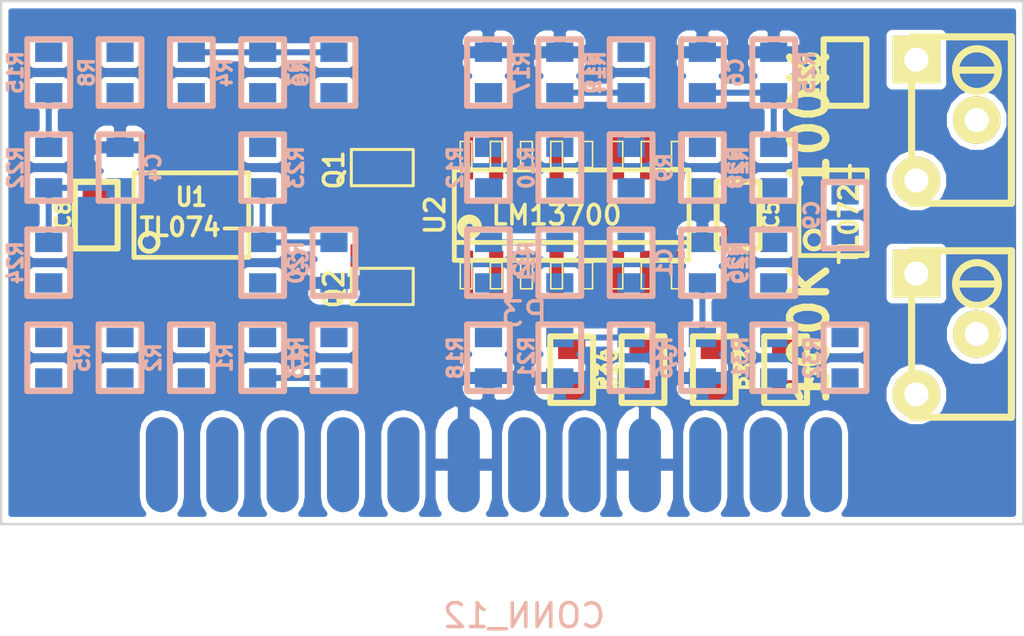
<source format=kicad_pcb>
(kicad_pcb (version 3) (host pcbnew "(2014-02-02 BZR 4653)-product")

  (general
    (links 103)
    (no_connects 78)
    (area 53.435229 100.949999 99.344575 127.8282)
    (thickness 1.6)
    (drawings 4)
    (tracks 20)
    (zones 0)
    (modules 53)
    (nets 44)
  )

  (page A3)
  (layers
    (15 F.Cu signal)
    (0 B.Cu signal)
    (16 B.Adhes user)
    (17 F.Adhes user)
    (18 B.Paste user)
    (19 F.Paste user)
    (20 B.SilkS user)
    (21 F.SilkS user)
    (22 B.Mask user)
    (23 F.Mask user)
    (24 Dwgs.User user)
    (25 Cmts.User user)
    (26 Eco1.User user)
    (27 Eco2.User user)
    (28 Edge.Cuts user)
  )

  (setup
    (last_trace_width 0.254)
    (trace_clearance 0.2032)
    (zone_clearance 0.254)
    (zone_45_only no)
    (trace_min 0.254)
    (segment_width 0.2)
    (edge_width 0.1)
    (via_size 0.889)
    (via_drill 0.381)
    (via_min_size 0.889)
    (via_min_drill 0.381)
    (uvia_size 0.508)
    (uvia_drill 0.127)
    (uvias_allowed no)
    (uvia_min_size 0.508)
    (uvia_min_drill 0.127)
    (pcb_text_width 0.3)
    (pcb_text_size 1.5 1.5)
    (mod_edge_width 0.15)
    (mod_text_size 1 1)
    (mod_text_width 0.15)
    (pad_size 1.5 1.5)
    (pad_drill 0.6)
    (pad_to_mask_clearance 0)
    (aux_axis_origin 0 0)
    (visible_elements 7FFEFF7F)
    (pcbplotparams
      (layerselection 3178497)
      (usegerberextensions true)
      (excludeedgelayer true)
      (linewidth 0.150000)
      (plotframeref false)
      (viasonmask false)
      (mode 1)
      (useauxorigin false)
      (hpglpennumber 1)
      (hpglpenspeed 20)
      (hpglpendiameter 15)
      (hpglpenoverlay 2)
      (psnegative false)
      (psa4output false)
      (plotreference true)
      (plotvalue true)
      (plotothertext true)
      (plotinvisibletext false)
      (padsonsilk false)
      (subtractmaskfromsilk false)
      (outputformat 1)
      (mirror false)
      (drillshape 1)
      (scaleselection 1)
      (outputdirectory ""))
  )

  (net 0 "")
  (net 1 +12V)
  (net 2 -12V)
  (net 3 CV1A)
  (net 4 CV1B)
  (net 5 CV2A)
  (net 6 CV2B)
  (net 7 GND)
  (net 8 IN1)
  (net 9 IN2)
  (net 10 N-000001)
  (net 11 N-0000010)
  (net 12 N-0000011)
  (net 13 N-0000012)
  (net 14 N-0000014)
  (net 15 N-000002)
  (net 16 N-0000021)
  (net 17 N-0000022)
  (net 18 N-0000023)
  (net 19 N-0000024)
  (net 20 N-0000025)
  (net 21 N-0000026)
  (net 22 N-0000027)
  (net 23 N-0000028)
  (net 24 N-0000029)
  (net 25 N-000003)
  (net 26 N-0000030)
  (net 27 N-0000032)
  (net 28 N-0000033)
  (net 29 N-0000034)
  (net 30 N-0000035)
  (net 31 N-0000036)
  (net 32 N-0000037)
  (net 33 N-0000038)
  (net 34 N-0000039)
  (net 35 N-000004)
  (net 36 N-0000040)
  (net 37 N-000005)
  (net 38 N-000006)
  (net 39 N-000007)
  (net 40 N-000008)
  (net 41 N-000009)
  (net 42 OUT1)
  (net 43 OUT2)

  (net_class Default "This is the default net class."
    (clearance 0.2032)
    (trace_width 0.254)
    (via_dia 0.889)
    (via_drill 0.381)
    (uvia_dia 0.508)
    (uvia_drill 0.127)
    (add_net "")
    (add_net +12V)
    (add_net -12V)
    (add_net CV1A)
    (add_net CV1B)
    (add_net CV2A)
    (add_net CV2B)
    (add_net GND)
    (add_net IN1)
    (add_net IN2)
    (add_net N-000001)
    (add_net N-0000010)
    (add_net N-0000011)
    (add_net N-0000012)
    (add_net N-0000014)
    (add_net N-000002)
    (add_net N-0000021)
    (add_net N-0000022)
    (add_net N-0000023)
    (add_net N-0000024)
    (add_net N-0000025)
    (add_net N-0000026)
    (add_net N-0000027)
    (add_net N-0000028)
    (add_net N-0000029)
    (add_net N-000003)
    (add_net N-0000030)
    (add_net N-0000032)
    (add_net N-0000033)
    (add_net N-0000034)
    (add_net N-0000035)
    (add_net N-0000036)
    (add_net N-0000037)
    (add_net N-0000038)
    (add_net N-0000039)
    (add_net N-000004)
    (add_net N-0000040)
    (add_net N-000005)
    (add_net N-000006)
    (add_net N-000007)
    (add_net N-000008)
    (add_net N-000009)
    (add_net OUT1)
    (add_net OUT2)
  )

  (module TSSOP8-JRL (layer F.Cu) (tedit 52EC3DDF) (tstamp 530FAD13)
    (at 89 110)
    (path /530EABE8)
    (attr smd)
    (fp_text reference U3 (at 0 -4.2) (layer F.SilkS) hide
      (effects (font (size 0.762 0.635) (thickness 0.15875)))
    )
    (fp_text value TL072- (at 0.65 -0.1 90) (layer F.SilkS)
      (effects (font (size 0.762 0.762) (thickness 0.16002)))
    )
    (fp_line (start -1.43 -1.9) (end 1.43 -1.9) (layer F.SilkS) (width 0.2))
    (fp_line (start 1.43 -1.9) (end 1.43 1.7) (layer F.SilkS) (width 0.2))
    (fp_line (start 1.43 1.7) (end -1.43 1.7) (layer F.SilkS) (width 0.2))
    (fp_line (start -1.438 1.678) (end -1.438 -1.878) (layer F.SilkS) (width 0.2))
    (fp_circle (center -0.803 1.043) (end -1.184 1.043) (layer F.SilkS) (width 0.2))
    (pad 1 smd rect (at -0.9554 2.694) (size 0.29972 1.30048) (layers F.Cu F.Paste F.Mask)
      (net 34 N-0000039))
    (pad 2 smd rect (at -0.3204 2.694) (size 0.29972 1.30048) (layers F.Cu F.Paste F.Mask)
      (net 36 N-0000040))
    (pad 3 smd rect (at 0.34 2.694) (size 0.29972 1.30048) (layers F.Cu F.Paste F.Mask)
      (net 7 GND))
    (pad 4 smd rect (at 0.975 2.694) (size 0.29972 1.30048) (layers F.Cu F.Paste F.Mask)
      (net 2 -12V))
    (pad 5 smd rect (at 0.975 -2.894) (size 0.29972 1.30048) (layers F.Cu F.Paste F.Mask)
      (net 7 GND))
    (pad 6 smd rect (at 0.3273 -2.894) (size 0.29972 1.30048) (layers F.Cu F.Paste F.Mask)
      (net 37 N-000005))
    (pad 7 smd rect (at -0.3204 -2.894) (size 0.29972 1.30048) (layers F.Cu F.Paste F.Mask)
      (net 10 N-000001))
    (pad 8 smd rect (at -0.9681 -2.894) (size 0.29972 1.30048) (layers F.Cu F.Paste F.Mask)
      (net 1 +12V))
    (model smd\smd_dil\tssop-14.wrl
      (at (xyz 0 0 0))
      (scale (xyz 1 1 1))
      (rotate (xyz 0 0 0))
    )
  )

  (module SOT23-JRL (layer F.Cu) (tedit 5281A378) (tstamp 530FAD37)
    (at 70 113 180)
    (tags SOT23)
    (path /530EAC06)
    (fp_text reference Q2 (at 1.99898 -0.09906 270) (layer F.SilkS)
      (effects (font (size 0.8128 0.8128) (thickness 0.1524)))
    )
    (fp_text value 2N3906 (at 0.0635 0 180) (layer F.SilkS) hide
      (effects (font (size 0.8128 0.8128) (thickness 0.1524)))
    )
    (fp_line (start 1.27 0.762) (end -1.3335 0.762) (layer F.SilkS) (width 0.127))
    (fp_line (start -1.3335 0.762) (end -1.3335 -0.762) (layer F.SilkS) (width 0.127))
    (fp_line (start -1.3335 -0.762) (end 1.27 -0.762) (layer F.SilkS) (width 0.127))
    (fp_line (start 1.27 -0.762) (end 1.27 0.762) (layer F.SilkS) (width 0.127))
    (pad 3 smd rect (at 0 -1.27 180) (size 0.70104 1.00076) (layers F.Cu F.Paste F.Mask)
      (net 35 N-000004))
    (pad 1 smd rect (at 0.9525 1.27 180) (size 0.70104 1.00076) (layers F.Cu F.Paste F.Mask)
      (net 41 N-000009))
    (pad 2 smd rect (at -0.9525 1.27 180) (size 0.70104 1.00076) (layers F.Cu F.Paste F.Mask)
      (net 7 GND))
    (model smd/SOT23_6.wrl
      (at (xyz 0 0 0))
      (scale (xyz 0.11 0.11 0.11))
      (rotate (xyz 0 0 -180))
    )
  )

  (module SOT23-JRL (layer F.Cu) (tedit 5281A378) (tstamp 530FAD42)
    (at 70 108 180)
    (tags SOT23)
    (path /530EC142)
    (fp_text reference Q1 (at 1.99898 -0.09906 270) (layer F.SilkS)
      (effects (font (size 0.8128 0.8128) (thickness 0.1524)))
    )
    (fp_text value 2N3906 (at 0.0635 0 180) (layer F.SilkS) hide
      (effects (font (size 0.8128 0.8128) (thickness 0.1524)))
    )
    (fp_line (start 1.27 0.762) (end -1.3335 0.762) (layer F.SilkS) (width 0.127))
    (fp_line (start -1.3335 0.762) (end -1.3335 -0.762) (layer F.SilkS) (width 0.127))
    (fp_line (start -1.3335 -0.762) (end 1.27 -0.762) (layer F.SilkS) (width 0.127))
    (fp_line (start 1.27 -0.762) (end 1.27 0.762) (layer F.SilkS) (width 0.127))
    (pad 3 smd rect (at 0 -1.27 180) (size 0.70104 1.00076) (layers F.Cu F.Paste F.Mask)
      (net 33 N-0000038))
    (pad 1 smd rect (at 0.9525 1.27 180) (size 0.70104 1.00076) (layers F.Cu F.Paste F.Mask)
      (net 23 N-0000028))
    (pad 2 smd rect (at -0.9525 1.27 180) (size 0.70104 1.00076) (layers F.Cu F.Paste F.Mask)
      (net 7 GND))
    (model smd/SOT23_6.wrl
      (at (xyz 0 0 0))
      (scale (xyz 0.11 0.11 0.11))
      (rotate (xyz 0 0 -180))
    )
  )

  (module SO16-JRL (layer F.Cu) (tedit 52805EFF) (tstamp 530FAD9E)
    (at 78 110)
    (descr "SMALL OUTLINE INTEGRATED CIRCUIT")
    (tags "SMALL OUTLINE INTEGRATED CIRCUIT")
    (path /530EAD26)
    (attr smd)
    (fp_text reference U2 (at -5.75 0 90) (layer F.SilkS)
      (effects (font (size 0.8128 0.8128) (thickness 0.1524)))
    )
    (fp_text value LM13700 (at -0.635 0) (layer F.SilkS)
      (effects (font (size 0.8128 0.8128) (thickness 0.1524)))
    )
    (fp_circle (center -4.3 0.5) (end -4.2 0.6) (layer F.SilkS) (width 0.381))
    (fp_line (start -4.68884 3.0988) (end -4.19862 3.0988) (layer F.SilkS) (width 0.06604))
    (fp_line (start -4.19862 3.0988) (end -4.19862 1.99898) (layer F.SilkS) (width 0.06604))
    (fp_line (start -4.68884 1.99898) (end -4.19862 1.99898) (layer F.SilkS) (width 0.06604))
    (fp_line (start -4.68884 3.0988) (end -4.68884 1.99898) (layer F.SilkS) (width 0.06604))
    (fp_line (start -3.41884 3.0988) (end -2.92862 3.0988) (layer F.SilkS) (width 0.06604))
    (fp_line (start -2.92862 3.0988) (end -2.92862 1.99898) (layer F.SilkS) (width 0.06604))
    (fp_line (start -3.41884 1.99898) (end -2.92862 1.99898) (layer F.SilkS) (width 0.06604))
    (fp_line (start -3.41884 3.0988) (end -3.41884 1.99898) (layer F.SilkS) (width 0.06604))
    (fp_line (start -2.14884 3.0988) (end -1.65862 3.0988) (layer F.SilkS) (width 0.06604))
    (fp_line (start -1.65862 3.0988) (end -1.65862 1.99898) (layer F.SilkS) (width 0.06604))
    (fp_line (start -2.14884 1.99898) (end -1.65862 1.99898) (layer F.SilkS) (width 0.06604))
    (fp_line (start -2.14884 3.0988) (end -2.14884 1.99898) (layer F.SilkS) (width 0.06604))
    (fp_line (start -0.87884 3.0988) (end -0.38862 3.0988) (layer F.SilkS) (width 0.06604))
    (fp_line (start -0.38862 3.0988) (end -0.38862 1.99898) (layer F.SilkS) (width 0.06604))
    (fp_line (start -0.87884 1.99898) (end -0.38862 1.99898) (layer F.SilkS) (width 0.06604))
    (fp_line (start -0.87884 3.0988) (end -0.87884 1.99898) (layer F.SilkS) (width 0.06604))
    (fp_line (start 1.65862 -1.99898) (end 2.14884 -1.99898) (layer F.SilkS) (width 0.06604))
    (fp_line (start 2.14884 -1.99898) (end 2.14884 -3.0988) (layer F.SilkS) (width 0.06604))
    (fp_line (start 1.65862 -3.0988) (end 2.14884 -3.0988) (layer F.SilkS) (width 0.06604))
    (fp_line (start 1.65862 -1.99898) (end 1.65862 -3.0988) (layer F.SilkS) (width 0.06604))
    (fp_line (start 0.38862 -1.99898) (end 0.87884 -1.99898) (layer F.SilkS) (width 0.06604))
    (fp_line (start 0.87884 -1.99898) (end 0.87884 -3.0988) (layer F.SilkS) (width 0.06604))
    (fp_line (start 0.38862 -3.0988) (end 0.87884 -3.0988) (layer F.SilkS) (width 0.06604))
    (fp_line (start 0.38862 -1.99898) (end 0.38862 -3.0988) (layer F.SilkS) (width 0.06604))
    (fp_line (start -0.87884 -1.99898) (end -0.38862 -1.99898) (layer F.SilkS) (width 0.06604))
    (fp_line (start -0.38862 -1.99898) (end -0.38862 -3.0988) (layer F.SilkS) (width 0.06604))
    (fp_line (start -0.87884 -3.0988) (end -0.38862 -3.0988) (layer F.SilkS) (width 0.06604))
    (fp_line (start -0.87884 -1.99898) (end -0.87884 -3.0988) (layer F.SilkS) (width 0.06604))
    (fp_line (start -2.14884 -1.99898) (end -1.65862 -1.99898) (layer F.SilkS) (width 0.06604))
    (fp_line (start -1.65862 -1.99898) (end -1.65862 -3.0988) (layer F.SilkS) (width 0.06604))
    (fp_line (start -2.14884 -3.0988) (end -1.65862 -3.0988) (layer F.SilkS) (width 0.06604))
    (fp_line (start -2.14884 -1.99898) (end -2.14884 -3.0988) (layer F.SilkS) (width 0.06604))
    (fp_line (start 0.38862 3.0988) (end 0.87884 3.0988) (layer F.SilkS) (width 0.06604))
    (fp_line (start 0.87884 3.0988) (end 0.87884 1.99898) (layer F.SilkS) (width 0.06604))
    (fp_line (start 0.38862 1.99898) (end 0.87884 1.99898) (layer F.SilkS) (width 0.06604))
    (fp_line (start 0.38862 3.0988) (end 0.38862 1.99898) (layer F.SilkS) (width 0.06604))
    (fp_line (start 1.65862 3.0988) (end 2.14884 3.0988) (layer F.SilkS) (width 0.06604))
    (fp_line (start 2.14884 3.0988) (end 2.14884 1.99898) (layer F.SilkS) (width 0.06604))
    (fp_line (start 1.65862 1.99898) (end 2.14884 1.99898) (layer F.SilkS) (width 0.06604))
    (fp_line (start 1.65862 3.0988) (end 1.65862 1.99898) (layer F.SilkS) (width 0.06604))
    (fp_line (start 2.92862 3.0988) (end 3.41884 3.0988) (layer F.SilkS) (width 0.06604))
    (fp_line (start 3.41884 3.0988) (end 3.41884 1.99898) (layer F.SilkS) (width 0.06604))
    (fp_line (start 2.92862 1.99898) (end 3.41884 1.99898) (layer F.SilkS) (width 0.06604))
    (fp_line (start 2.92862 3.0988) (end 2.92862 1.99898) (layer F.SilkS) (width 0.06604))
    (fp_line (start 4.19862 3.0988) (end 4.68884 3.0988) (layer F.SilkS) (width 0.06604))
    (fp_line (start 4.68884 3.0988) (end 4.68884 1.99898) (layer F.SilkS) (width 0.06604))
    (fp_line (start 4.19862 1.99898) (end 4.68884 1.99898) (layer F.SilkS) (width 0.06604))
    (fp_line (start 4.19862 3.0988) (end 4.19862 1.99898) (layer F.SilkS) (width 0.06604))
    (fp_line (start 4.19862 -1.99898) (end 4.68884 -1.99898) (layer F.SilkS) (width 0.06604))
    (fp_line (start 4.68884 -1.99898) (end 4.68884 -3.0988) (layer F.SilkS) (width 0.06604))
    (fp_line (start 4.19862 -3.0988) (end 4.68884 -3.0988) (layer F.SilkS) (width 0.06604))
    (fp_line (start 4.19862 -1.99898) (end 4.19862 -3.0988) (layer F.SilkS) (width 0.06604))
    (fp_line (start 2.92862 -1.99898) (end 3.41884 -1.99898) (layer F.SilkS) (width 0.06604))
    (fp_line (start 3.41884 -1.99898) (end 3.41884 -3.0988) (layer F.SilkS) (width 0.06604))
    (fp_line (start 2.92862 -3.0988) (end 3.41884 -3.0988) (layer F.SilkS) (width 0.06604))
    (fp_line (start 2.92862 -1.99898) (end 2.92862 -3.0988) (layer F.SilkS) (width 0.06604))
    (fp_line (start -3.41884 -1.99898) (end -2.92862 -1.99898) (layer F.SilkS) (width 0.06604))
    (fp_line (start -2.92862 -1.99898) (end -2.92862 -3.0988) (layer F.SilkS) (width 0.06604))
    (fp_line (start -3.41884 -3.0988) (end -2.92862 -3.0988) (layer F.SilkS) (width 0.06604))
    (fp_line (start -3.41884 -1.99898) (end -3.41884 -3.0988) (layer F.SilkS) (width 0.06604))
    (fp_line (start -4.68884 -1.99898) (end -4.19862 -1.99898) (layer F.SilkS) (width 0.06604))
    (fp_line (start -4.19862 -1.99898) (end -4.19862 -3.0988) (layer F.SilkS) (width 0.06604))
    (fp_line (start -4.68884 -3.0988) (end -4.19862 -3.0988) (layer F.SilkS) (width 0.06604))
    (fp_line (start -4.68884 -1.99898) (end -4.68884 -3.0988) (layer F.SilkS) (width 0.06604))
    (fp_line (start 4.93776 1.89992) (end -4.93776 1.89992) (layer F.SilkS) (width 0.2032))
    (fp_line (start -4.93776 1.89992) (end -4.93776 1.39954) (layer F.SilkS) (width 0.2032))
    (fp_line (start -4.93776 1.39954) (end -4.93776 -1.89992) (layer F.SilkS) (width 0.2032))
    (fp_line (start -4.93776 -1.89992) (end 4.93776 -1.89992) (layer F.SilkS) (width 0.2032))
    (fp_line (start 4.93776 1.14954) (end -4.93776 1.14954) (layer F.SilkS) (width 0.2032))
    (fp_line (start 4.93776 -1.89992) (end 4.93776 1.39954) (layer F.SilkS) (width 0.2032))
    (fp_line (start 4.93776 1.39954) (end 4.93776 1.89992) (layer F.SilkS) (width 0.2032))
    (pad 1 smd rect (at -4.445 2.59842) (size 0.59944 2.19964) (layers F.Cu F.Paste F.Mask)
      (net 35 N-000004))
    (pad 2 smd rect (at -3.175 2.59842) (size 0.59944 2.19964) (layers F.Cu F.Paste F.Mask))
    (pad 3 smd rect (at -1.905 2.59842) (size 0.59944 2.19964) (layers F.Cu F.Paste F.Mask)
      (net 21 N-0000026))
    (pad 4 smd rect (at -0.635 2.59842) (size 0.59944 2.19964) (layers F.Cu F.Paste F.Mask)
      (net 20 N-0000025))
    (pad 5 smd rect (at 0.635 2.59842) (size 0.59944 2.19964) (layers F.Cu F.Paste F.Mask)
      (net 16 N-0000021))
    (pad 6 smd rect (at 1.905 2.59842) (size 0.59944 2.19964) (layers F.Cu F.Paste F.Mask)
      (net 2 -12V))
    (pad 7 smd rect (at 3.175 2.59842) (size 0.59944 2.19964) (layers F.Cu F.Paste F.Mask))
    (pad 8 smd rect (at 4.445 2.59842) (size 0.59944 2.19964) (layers F.Cu F.Paste F.Mask))
    (pad 9 smd rect (at 4.445 -2.59842) (size 0.59944 2.19964) (layers F.Cu F.Paste F.Mask))
    (pad 10 smd rect (at 3.175 -2.59842) (size 0.59944 2.19964) (layers F.Cu F.Paste F.Mask))
    (pad 11 smd rect (at 1.905 -2.59842) (size 0.59944 2.19964) (layers F.Cu F.Paste F.Mask)
      (net 1 +12V))
    (pad 12 smd rect (at 0.635 -2.59842) (size 0.59944 2.19964) (layers F.Cu F.Paste F.Mask)
      (net 28 N-0000033))
    (pad 13 smd rect (at -0.635 -2.59842) (size 0.59944 2.19964) (layers F.Cu F.Paste F.Mask)
      (net 39 N-000007))
    (pad 14 smd rect (at -1.905 -2.59842) (size 0.59944 2.19964) (layers F.Cu F.Paste F.Mask)
      (net 38 N-000006))
    (pad 15 smd rect (at -3.175 -2.59842) (size 0.59944 2.19964) (layers F.Cu F.Paste F.Mask))
    (pad 16 smd rect (at -4.445 -2.59842) (size 0.59944 2.19964) (layers F.Cu F.Paste F.Mask)
      (net 33 N-0000038))
  )

  (module SM0603-JRL (layer B.Cu) (tedit 528C3246) (tstamp 5310090E)
    (at 77.5 108 270)
    (path /530EC17E)
    (attr smd)
    (fp_text reference R10 (at 0 1.4 270) (layer B.SilkS)
      (effects (font (size 0.6096 0.6096) (thickness 0.1524)) (justify mirror))
    )
    (fp_text value 2.2M (at 0 0 270) (layer B.SilkS) hide
      (effects (font (size 0.508 0.4572) (thickness 0.1143)) (justify mirror))
    )
    (fp_line (start -1.4 -0.9) (end 1.4 -0.9) (layer B.SilkS) (width 0.254))
    (fp_line (start 1.4 -0.9) (end 1.4 0.9) (layer B.SilkS) (width 0.254))
    (fp_line (start 1.4 0.9) (end -1.4 0.9) (layer B.SilkS) (width 0.254))
    (fp_line (start -1.4 0.9) (end -1.4 -0.9) (layer B.SilkS) (width 0.254))
    (pad 1 smd rect (at -0.8509 0 270) (size 0.8128 1.143) (layers B.Cu B.Paste B.Mask)
      (net 29 N-0000034))
    (pad 2 smd rect (at 0.8509 0 270) (size 0.8128 1.143) (layers B.Cu B.Paste B.Mask)
      (net 30 N-0000035))
    (model smd\resistors\R0603.wrl
      (at (xyz 0 0 0.001))
      (scale (xyz 0.5 0.5 0.5))
      (rotate (xyz 0 0 0))
    )
  )

  (module SM0603-JRL (layer B.Cu) (tedit 528C3246) (tstamp 530FB388)
    (at 65 112 90)
    (path /530EC203)
    (attr smd)
    (fp_text reference R20 (at 0 1.4 90) (layer B.SilkS)
      (effects (font (size 0.6096 0.6096) (thickness 0.1524)) (justify mirror))
    )
    (fp_text value 10K (at 0 0 90) (layer B.SilkS) hide
      (effects (font (size 0.508 0.4572) (thickness 0.1143)) (justify mirror))
    )
    (fp_line (start -1.4 -0.9) (end 1.4 -0.9) (layer B.SilkS) (width 0.254))
    (fp_line (start 1.4 -0.9) (end 1.4 0.9) (layer B.SilkS) (width 0.254))
    (fp_line (start 1.4 0.9) (end -1.4 0.9) (layer B.SilkS) (width 0.254))
    (fp_line (start -1.4 0.9) (end -1.4 -0.9) (layer B.SilkS) (width 0.254))
    (pad 1 smd rect (at -0.8509 0 90) (size 0.8128 1.143) (layers B.Cu B.Paste B.Mask)
      (net 32 N-0000037))
    (pad 2 smd rect (at 0.8509 0 90) (size 0.8128 1.143) (layers B.Cu B.Paste B.Mask)
      (net 22 N-0000027))
    (model smd\resistors\R0603.wrl
      (at (xyz 0 0 0.001))
      (scale (xyz 0.5 0.5 0.5))
      (rotate (xyz 0 0 0))
    )
  )

  (module SM0603-JRL (layer B.Cu) (tedit 528C3246) (tstamp 530FADBC)
    (at 68 112 270)
    (path /530EC1F6)
    (attr smd)
    (fp_text reference C3 (at 0 1.4 270) (layer B.SilkS)
      (effects (font (size 0.6096 0.6096) (thickness 0.1524)) (justify mirror))
    )
    (fp_text value 0.1μ (at 0 0 270) (layer B.SilkS) hide
      (effects (font (size 0.508 0.4572) (thickness 0.1143)) (justify mirror))
    )
    (fp_line (start -1.4 -0.9) (end 1.4 -0.9) (layer B.SilkS) (width 0.254))
    (fp_line (start 1.4 -0.9) (end 1.4 0.9) (layer B.SilkS) (width 0.254))
    (fp_line (start 1.4 0.9) (end -1.4 0.9) (layer B.SilkS) (width 0.254))
    (fp_line (start -1.4 0.9) (end -1.4 -0.9) (layer B.SilkS) (width 0.254))
    (pad 1 smd rect (at -0.8509 0 270) (size 0.8128 1.143) (layers B.Cu B.Paste B.Mask)
      (net 22 N-0000027))
    (pad 2 smd rect (at 0.8509 0 270) (size 0.8128 1.143) (layers B.Cu B.Paste B.Mask)
      (net 7 GND))
    (model smd\resistors\R0603.wrl
      (at (xyz 0 0 0.001))
      (scale (xyz 0.5 0.5 0.5))
      (rotate (xyz 0 0 0))
    )
  )

  (module SM0603-JRL (layer B.Cu) (tedit 528C3246) (tstamp 530FADC6)
    (at 65 108 90)
    (path /530EC1F0)
    (attr smd)
    (fp_text reference R23 (at 0 1.4 90) (layer B.SilkS)
      (effects (font (size 0.6096 0.6096) (thickness 0.1524)) (justify mirror))
    )
    (fp_text value 22K (at 0 0 90) (layer B.SilkS) hide
      (effects (font (size 0.508 0.4572) (thickness 0.1143)) (justify mirror))
    )
    (fp_line (start -1.4 -0.9) (end 1.4 -0.9) (layer B.SilkS) (width 0.254))
    (fp_line (start 1.4 -0.9) (end 1.4 0.9) (layer B.SilkS) (width 0.254))
    (fp_line (start 1.4 0.9) (end -1.4 0.9) (layer B.SilkS) (width 0.254))
    (fp_line (start -1.4 0.9) (end -1.4 -0.9) (layer B.SilkS) (width 0.254))
    (pad 1 smd rect (at -0.8509 0 90) (size 0.8128 1.143) (layers B.Cu B.Paste B.Mask)
      (net 22 N-0000027))
    (pad 2 smd rect (at 0.8509 0 90) (size 0.8128 1.143) (layers B.Cu B.Paste B.Mask)
      (net 23 N-0000028))
    (model smd\resistors\R0603.wrl
      (at (xyz 0 0 0.001))
      (scale (xyz 0.5 0.5 0.5))
      (rotate (xyz 0 0 0))
    )
  )

  (module SM0603-JRL (layer B.Cu) (tedit 528C3246) (tstamp 530FADD0)
    (at 86.5 116 270)
    (path /530EC1E0)
    (attr smd)
    (fp_text reference R31 (at 0 1.4 270) (layer B.SilkS)
      (effects (font (size 0.6096 0.6096) (thickness 0.1524)) (justify mirror))
    )
    (fp_text value 1K (at 0 0 270) (layer B.SilkS) hide
      (effects (font (size 0.508 0.4572) (thickness 0.1143)) (justify mirror))
    )
    (fp_line (start -1.4 -0.9) (end 1.4 -0.9) (layer B.SilkS) (width 0.254))
    (fp_line (start 1.4 -0.9) (end 1.4 0.9) (layer B.SilkS) (width 0.254))
    (fp_line (start 1.4 0.9) (end -1.4 0.9) (layer B.SilkS) (width 0.254))
    (fp_line (start -1.4 0.9) (end -1.4 -0.9) (layer B.SilkS) (width 0.254))
    (pad 1 smd rect (at -0.8509 0 270) (size 0.8128 1.143) (layers B.Cu B.Paste B.Mask)
      (net 34 N-0000039))
    (pad 2 smd rect (at 0.8509 0 270) (size 0.8128 1.143) (layers B.Cu B.Paste B.Mask)
      (net 42 OUT1))
    (model smd\resistors\R0603.wrl
      (at (xyz 0 0 0.001))
      (scale (xyz 0.5 0.5 0.5))
      (rotate (xyz 0 0 0))
    )
  )

  (module SM0603-JRL (layer B.Cu) (tedit 528C3246) (tstamp 530FADDA)
    (at 86.5 112 270)
    (path /530EC1CB)
    (attr smd)
    (fp_text reference R29 (at 0 1.4 270) (layer B.SilkS)
      (effects (font (size 0.6096 0.6096) (thickness 0.1524)) (justify mirror))
    )
    (fp_text value 100K (at 0 0 270) (layer B.SilkS) hide
      (effects (font (size 0.508 0.4572) (thickness 0.1143)) (justify mirror))
    )
    (fp_line (start -1.4 -0.9) (end 1.4 -0.9) (layer B.SilkS) (width 0.254))
    (fp_line (start 1.4 -0.9) (end 1.4 0.9) (layer B.SilkS) (width 0.254))
    (fp_line (start 1.4 0.9) (end -1.4 0.9) (layer B.SilkS) (width 0.254))
    (fp_line (start -1.4 0.9) (end -1.4 -0.9) (layer B.SilkS) (width 0.254))
    (pad 1 smd rect (at -0.8509 0 270) (size 0.8128 1.143) (layers B.Cu B.Paste B.Mask)
      (net 36 N-0000040))
    (pad 2 smd rect (at 0.8509 0 270) (size 0.8128 1.143) (layers B.Cu B.Paste B.Mask)
      (net 34 N-0000039))
    (model smd\resistors\R0603.wrl
      (at (xyz 0 0 0.001))
      (scale (xyz 0.5 0.5 0.5))
      (rotate (xyz 0 0 0))
    )
  )

  (module SM0603-JRL (layer B.Cu) (tedit 528C3246) (tstamp 530FADE4)
    (at 86.5 104 90)
    (path /530EC1B5)
    (attr smd)
    (fp_text reference R25 (at 0 1.4 90) (layer B.SilkS)
      (effects (font (size 0.6096 0.6096) (thickness 0.1524)) (justify mirror))
    )
    (fp_text value 47K (at 0 0 90) (layer B.SilkS) hide
      (effects (font (size 0.508 0.4572) (thickness 0.1143)) (justify mirror))
    )
    (fp_line (start -1.4 -0.9) (end 1.4 -0.9) (layer B.SilkS) (width 0.254))
    (fp_line (start 1.4 -0.9) (end 1.4 0.9) (layer B.SilkS) (width 0.254))
    (fp_line (start 1.4 0.9) (end -1.4 0.9) (layer B.SilkS) (width 0.254))
    (fp_line (start -1.4 0.9) (end -1.4 -0.9) (layer B.SilkS) (width 0.254))
    (pad 1 smd rect (at -0.8509 0 90) (size 0.8128 1.143) (layers B.Cu B.Paste B.Mask)
      (net 28 N-0000033))
    (pad 2 smd rect (at 0.8509 0 90) (size 0.8128 1.143) (layers B.Cu B.Paste B.Mask)
      (net 7 GND))
    (model smd\resistors\R0603.wrl
      (at (xyz 0 0 0.001))
      (scale (xyz 0.5 0.5 0.5))
      (rotate (xyz 0 0 0))
    )
  )

  (module SM0603-JRL (layer B.Cu) (tedit 528C3246) (tstamp 530FADEE)
    (at 83.5 104 90)
    (path /530EC1AF)
    (attr smd)
    (fp_text reference C6 (at 0 1.4 90) (layer B.SilkS)
      (effects (font (size 0.6096 0.6096) (thickness 0.1524)) (justify mirror))
    )
    (fp_text value 47p (at 0 0 90) (layer B.SilkS) hide
      (effects (font (size 0.508 0.4572) (thickness 0.1143)) (justify mirror))
    )
    (fp_line (start -1.4 -0.9) (end 1.4 -0.9) (layer B.SilkS) (width 0.254))
    (fp_line (start 1.4 -0.9) (end 1.4 0.9) (layer B.SilkS) (width 0.254))
    (fp_line (start 1.4 0.9) (end -1.4 0.9) (layer B.SilkS) (width 0.254))
    (fp_line (start -1.4 0.9) (end -1.4 -0.9) (layer B.SilkS) (width 0.254))
    (pad 1 smd rect (at -0.8509 0 90) (size 0.8128 1.143) (layers B.Cu B.Paste B.Mask)
      (net 28 N-0000033))
    (pad 2 smd rect (at 0.8509 0 90) (size 0.8128 1.143) (layers B.Cu B.Paste B.Mask)
      (net 7 GND))
    (model smd\resistors\R0603.wrl
      (at (xyz 0 0 0.001))
      (scale (xyz 0.5 0.5 0.5))
      (rotate (xyz 0 0 0))
    )
  )

  (module SM0603-JRL (layer B.Cu) (tedit 528C3246) (tstamp 530FADF8)
    (at 86.5 108 270)
    (path /530EC19C)
    (attr smd)
    (fp_text reference R27 (at 0 1.4 270) (layer B.SilkS)
      (effects (font (size 0.6096 0.6096) (thickness 0.1524)) (justify mirror))
    )
    (fp_text value 100K (at 0 0 270) (layer B.SilkS) hide
      (effects (font (size 0.508 0.4572) (thickness 0.1143)) (justify mirror))
    )
    (fp_line (start -1.4 -0.9) (end 1.4 -0.9) (layer B.SilkS) (width 0.254))
    (fp_line (start 1.4 -0.9) (end 1.4 0.9) (layer B.SilkS) (width 0.254))
    (fp_line (start 1.4 0.9) (end -1.4 0.9) (layer B.SilkS) (width 0.254))
    (fp_line (start -1.4 0.9) (end -1.4 -0.9) (layer B.SilkS) (width 0.254))
    (pad 1 smd rect (at -0.8509 0 270) (size 0.8128 1.143) (layers B.Cu B.Paste B.Mask)
      (net 28 N-0000033))
    (pad 2 smd rect (at 0.8509 0 270) (size 0.8128 1.143) (layers B.Cu B.Paste B.Mask)
      (net 36 N-0000040))
    (model smd\resistors\R0603.wrl
      (at (xyz 0 0 0.001))
      (scale (xyz 0.5 0.5 0.5))
      (rotate (xyz 0 0 0))
    )
  )

  (module SM0603-JRL (layer B.Cu) (tedit 528C3246) (tstamp 530FAE02)
    (at 56 116 90)
    (path /530EC247)
    (attr smd)
    (fp_text reference R5 (at 0 1.4 90) (layer B.SilkS)
      (effects (font (size 0.6096 0.6096) (thickness 0.1524)) (justify mirror))
    )
    (fp_text value 100K (at 0 0 90) (layer B.SilkS) hide
      (effects (font (size 0.508 0.4572) (thickness 0.1143)) (justify mirror))
    )
    (fp_line (start -1.4 -0.9) (end 1.4 -0.9) (layer B.SilkS) (width 0.254))
    (fp_line (start 1.4 -0.9) (end 1.4 0.9) (layer B.SilkS) (width 0.254))
    (fp_line (start 1.4 0.9) (end -1.4 0.9) (layer B.SilkS) (width 0.254))
    (fp_line (start -1.4 0.9) (end -1.4 -0.9) (layer B.SilkS) (width 0.254))
    (pad 1 smd rect (at -0.8509 0 90) (size 0.8128 1.143) (layers B.Cu B.Paste B.Mask)
      (net 24 N-0000029))
    (pad 2 smd rect (at 0.8509 0 90) (size 0.8128 1.143) (layers B.Cu B.Paste B.Mask)
      (net 26 N-0000030))
    (model smd\resistors\R0603.wrl
      (at (xyz 0 0 0.001))
      (scale (xyz 0.5 0.5 0.5))
      (rotate (xyz 0 0 0))
    )
  )

  (module SM0603-JRL (layer B.Cu) (tedit 528C3246) (tstamp 530FAE0C)
    (at 80.5 108 90)
    (path /530EC16B)
    (attr smd)
    (fp_text reference R9 (at 0 1.4 90) (layer B.SilkS)
      (effects (font (size 0.6096 0.6096) (thickness 0.1524)) (justify mirror))
    )
    (fp_text value 82K (at 0 0 90) (layer B.SilkS) hide
      (effects (font (size 0.508 0.4572) (thickness 0.1143)) (justify mirror))
    )
    (fp_line (start -1.4 -0.9) (end 1.4 -0.9) (layer B.SilkS) (width 0.254))
    (fp_line (start 1.4 -0.9) (end 1.4 0.9) (layer B.SilkS) (width 0.254))
    (fp_line (start 1.4 0.9) (end -1.4 0.9) (layer B.SilkS) (width 0.254))
    (fp_line (start -1.4 0.9) (end -1.4 -0.9) (layer B.SilkS) (width 0.254))
    (pad 1 smd rect (at -0.8509 0 90) (size 0.8128 1.143) (layers B.Cu B.Paste B.Mask)
      (net 27 N-0000032))
    (pad 2 smd rect (at 0.8509 0 90) (size 0.8128 1.143) (layers B.Cu B.Paste B.Mask)
      (net 30 N-0000035))
    (model smd\resistors\R0603.wrl
      (at (xyz 0 0 0.001))
      (scale (xyz 0.5 0.5 0.5))
      (rotate (xyz 0 0 0))
    )
  )

  (module SM0603-JRL (layer B.Cu) (tedit 528C3246) (tstamp 530FAE16)
    (at 80.5 104 270)
    (path /530EC164)
    (attr smd)
    (fp_text reference R14 (at 0 1.4 270) (layer B.SilkS)
      (effects (font (size 0.6096 0.6096) (thickness 0.1524)) (justify mirror))
    )
    (fp_text value 4.7K (at 0 0 270) (layer B.SilkS) hide
      (effects (font (size 0.508 0.4572) (thickness 0.1143)) (justify mirror))
    )
    (fp_line (start -1.4 -0.9) (end 1.4 -0.9) (layer B.SilkS) (width 0.254))
    (fp_line (start 1.4 -0.9) (end 1.4 0.9) (layer B.SilkS) (width 0.254))
    (fp_line (start 1.4 0.9) (end -1.4 0.9) (layer B.SilkS) (width 0.254))
    (fp_line (start -1.4 0.9) (end -1.4 -0.9) (layer B.SilkS) (width 0.254))
    (pad 1 smd rect (at -0.8509 0 270) (size 0.8128 1.143) (layers B.Cu B.Paste B.Mask)
      (net 30 N-0000035))
    (pad 2 smd rect (at 0.8509 0 270) (size 0.8128 1.143) (layers B.Cu B.Paste B.Mask)
      (net 39 N-000007))
    (model smd\resistors\R0603.wrl
      (at (xyz 0 0 0.001))
      (scale (xyz 0.5 0.5 0.5))
      (rotate (xyz 0 0 0))
    )
  )

  (module SM0603-JRL (layer B.Cu) (tedit 528C3246) (tstamp 530FAE20)
    (at 65 116 90)
    (path /530EC20A)
    (attr smd)
    (fp_text reference R13 (at 0 1.4 90) (layer B.SilkS)
      (effects (font (size 0.6096 0.6096) (thickness 0.1524)) (justify mirror))
    )
    (fp_text value 100K (at 0 0 90) (layer B.SilkS) hide
      (effects (font (size 0.508 0.4572) (thickness 0.1143)) (justify mirror))
    )
    (fp_line (start -1.4 -0.9) (end 1.4 -0.9) (layer B.SilkS) (width 0.254))
    (fp_line (start 1.4 -0.9) (end 1.4 0.9) (layer B.SilkS) (width 0.254))
    (fp_line (start 1.4 0.9) (end -1.4 0.9) (layer B.SilkS) (width 0.254))
    (fp_line (start -1.4 0.9) (end -1.4 -0.9) (layer B.SilkS) (width 0.254))
    (pad 1 smd rect (at -0.8509 0 90) (size 0.8128 1.143) (layers B.Cu B.Paste B.Mask)
      (net 31 N-0000036))
    (pad 2 smd rect (at 0.8509 0 90) (size 0.8128 1.143) (layers B.Cu B.Paste B.Mask)
      (net 32 N-0000037))
    (model smd\resistors\R0603.wrl
      (at (xyz 0 0 0.001))
      (scale (xyz 0.5 0.5 0.5))
      (rotate (xyz 0 0 0))
    )
  )

  (module SM0603-JRL (layer B.Cu) (tedit 528C3246) (tstamp 530FAE2A)
    (at 68 116 270)
    (path /530EC21E)
    (attr smd)
    (fp_text reference R7 (at 0 1.4 270) (layer B.SilkS)
      (effects (font (size 0.6096 0.6096) (thickness 0.1524)) (justify mirror))
    )
    (fp_text value 100K (at 0 0 270) (layer B.SilkS) hide
      (effects (font (size 0.508 0.4572) (thickness 0.1143)) (justify mirror))
    )
    (fp_line (start -1.4 -0.9) (end 1.4 -0.9) (layer B.SilkS) (width 0.254))
    (fp_line (start 1.4 -0.9) (end 1.4 0.9) (layer B.SilkS) (width 0.254))
    (fp_line (start 1.4 0.9) (end -1.4 0.9) (layer B.SilkS) (width 0.254))
    (fp_line (start -1.4 0.9) (end -1.4 -0.9) (layer B.SilkS) (width 0.254))
    (pad 1 smd rect (at -0.8509 0 270) (size 0.8128 1.143) (layers B.Cu B.Paste B.Mask)
      (net 26 N-0000030))
    (pad 2 smd rect (at 0.8509 0 270) (size 0.8128 1.143) (layers B.Cu B.Paste B.Mask)
      (net 31 N-0000036))
    (model smd\resistors\R0603.wrl
      (at (xyz 0 0 0.001))
      (scale (xyz 0.5 0.5 0.5))
      (rotate (xyz 0 0 0))
    )
  )

  (module SM0603-JRL (layer F.Cu) (tedit 528C3246) (tstamp 530FAE34)
    (at 85 110 270)
    (path /530F92AF)
    (attr smd)
    (fp_text reference C5 (at 0 -1.4 270) (layer F.SilkS)
      (effects (font (size 0.6096 0.6096) (thickness 0.1524)))
    )
    (fp_text value 100n (at 0 0 270) (layer F.SilkS) hide
      (effects (font (size 0.508 0.4572) (thickness 0.1143)))
    )
    (fp_line (start -1.4 0.9) (end 1.4 0.9) (layer F.SilkS) (width 0.254))
    (fp_line (start 1.4 0.9) (end 1.4 -0.9) (layer F.SilkS) (width 0.254))
    (fp_line (start 1.4 -0.9) (end -1.4 -0.9) (layer F.SilkS) (width 0.254))
    (fp_line (start -1.4 -0.9) (end -1.4 0.9) (layer F.SilkS) (width 0.254))
    (pad 1 smd rect (at -0.8509 0 270) (size 0.8128 1.143) (layers F.Cu F.Paste F.Mask)
      (net 1 +12V))
    (pad 2 smd rect (at 0.8509 0 270) (size 0.8128 1.143) (layers F.Cu F.Paste F.Mask)
      (net 2 -12V))
    (model smd\resistors\R0603.wrl
      (at (xyz 0 0 0.001))
      (scale (xyz 0.5 0.5 0.5))
      (rotate (xyz 0 0 0))
    )
  )

  (module SM0603-JRL (layer B.Cu) (tedit 528C3246) (tstamp 530FAE3E)
    (at 62 116 90)
    (path /530EC24D)
    (attr smd)
    (fp_text reference R1 (at 0 1.4 90) (layer B.SilkS)
      (effects (font (size 0.6096 0.6096) (thickness 0.1524)) (justify mirror))
    )
    (fp_text value 100K (at 0 0 90) (layer B.SilkS) hide
      (effects (font (size 0.508 0.4572) (thickness 0.1143)) (justify mirror))
    )
    (fp_line (start -1.4 -0.9) (end 1.4 -0.9) (layer B.SilkS) (width 0.254))
    (fp_line (start 1.4 -0.9) (end 1.4 0.9) (layer B.SilkS) (width 0.254))
    (fp_line (start 1.4 0.9) (end -1.4 0.9) (layer B.SilkS) (width 0.254))
    (fp_line (start -1.4 0.9) (end -1.4 -0.9) (layer B.SilkS) (width 0.254))
    (pad 1 smd rect (at -0.8509 0 90) (size 0.8128 1.143) (layers B.Cu B.Paste B.Mask)
      (net 3 CV1A))
    (pad 2 smd rect (at 0.8509 0 90) (size 0.8128 1.143) (layers B.Cu B.Paste B.Mask)
      (net 24 N-0000029))
    (model smd\resistors\R0603.wrl
      (at (xyz 0 0 0.001))
      (scale (xyz 0.5 0.5 0.5))
      (rotate (xyz 0 0 0))
    )
  )

  (module SM0603-JRL (layer B.Cu) (tedit 528C3246) (tstamp 530FAE48)
    (at 59 116 90)
    (path /530EC253)
    (attr smd)
    (fp_text reference R2 (at 0 1.4 90) (layer B.SilkS)
      (effects (font (size 0.6096 0.6096) (thickness 0.1524)) (justify mirror))
    )
    (fp_text value 100K (at 0 0 90) (layer B.SilkS) hide
      (effects (font (size 0.508 0.4572) (thickness 0.1143)) (justify mirror))
    )
    (fp_line (start -1.4 -0.9) (end 1.4 -0.9) (layer B.SilkS) (width 0.254))
    (fp_line (start 1.4 -0.9) (end 1.4 0.9) (layer B.SilkS) (width 0.254))
    (fp_line (start 1.4 0.9) (end -1.4 0.9) (layer B.SilkS) (width 0.254))
    (fp_line (start -1.4 0.9) (end -1.4 -0.9) (layer B.SilkS) (width 0.254))
    (pad 1 smd rect (at -0.8509 0 90) (size 0.8128 1.143) (layers B.Cu B.Paste B.Mask)
      (net 4 CV1B))
    (pad 2 smd rect (at 0.8509 0 90) (size 0.8128 1.143) (layers B.Cu B.Paste B.Mask)
      (net 24 N-0000029))
    (model smd\resistors\R0603.wrl
      (at (xyz 0 0 0.001))
      (scale (xyz 0.5 0.5 0.5))
      (rotate (xyz 0 0 0))
    )
  )

  (module SM0603-JRL (layer F.Cu) (tedit 528C3246) (tstamp 530FAE52)
    (at 81 116.5 90)
    (path /530F7FD7)
    (attr smd)
    (fp_text reference C10 (at 0 -1.4 90) (layer F.SilkS)
      (effects (font (size 0.6096 0.6096) (thickness 0.1524)))
    )
    (fp_text value 1μ (at 0 0 90) (layer F.SilkS) hide
      (effects (font (size 0.508 0.4572) (thickness 0.1143)))
    )
    (fp_line (start -1.4 0.9) (end 1.4 0.9) (layer F.SilkS) (width 0.254))
    (fp_line (start 1.4 0.9) (end 1.4 -0.9) (layer F.SilkS) (width 0.254))
    (fp_line (start 1.4 -0.9) (end -1.4 -0.9) (layer F.SilkS) (width 0.254))
    (fp_line (start -1.4 -0.9) (end -1.4 0.9) (layer F.SilkS) (width 0.254))
    (pad 1 smd rect (at -0.8509 0 90) (size 0.8128 1.143) (layers F.Cu F.Paste F.Mask)
      (net 7 GND))
    (pad 2 smd rect (at 0.8509 0 90) (size 0.8128 1.143) (layers F.Cu F.Paste F.Mask)
      (net 2 -12V))
    (model smd\resistors\R0603.wrl
      (at (xyz 0 0 0.001))
      (scale (xyz 0.5 0.5 0.5))
      (rotate (xyz 0 0 0))
    )
  )

  (module SM0603-JRL (layer F.Cu) (tedit 528C3246) (tstamp 53100C05)
    (at 87 116.5 270)
    (path /530F7FED)
    (attr smd)
    (fp_text reference C11 (at 0 -1.4 270) (layer F.SilkS)
      (effects (font (size 0.6096 0.6096) (thickness 0.1524)))
    )
    (fp_text value 1μ (at 0 0 270) (layer F.SilkS) hide
      (effects (font (size 0.508 0.4572) (thickness 0.1143)))
    )
    (fp_line (start -1.4 0.9) (end 1.4 0.9) (layer F.SilkS) (width 0.254))
    (fp_line (start 1.4 0.9) (end 1.4 -0.9) (layer F.SilkS) (width 0.254))
    (fp_line (start 1.4 -0.9) (end -1.4 -0.9) (layer F.SilkS) (width 0.254))
    (fp_line (start -1.4 -0.9) (end -1.4 0.9) (layer F.SilkS) (width 0.254))
    (pad 1 smd rect (at -0.8509 0 270) (size 0.8128 1.143) (layers F.Cu F.Paste F.Mask)
      (net 1 +12V))
    (pad 2 smd rect (at 0.8509 0 270) (size 0.8128 1.143) (layers F.Cu F.Paste F.Mask)
      (net 7 GND))
    (model smd\resistors\R0603.wrl
      (at (xyz 0 0 0.001))
      (scale (xyz 0.5 0.5 0.5))
      (rotate (xyz 0 0 0))
    )
  )

  (module SM0603-JRL (layer F.Cu) (tedit 528C3246) (tstamp 530FAE66)
    (at 84 116.5 270)
    (path /530F8387)
    (attr smd)
    (fp_text reference R33 (at 0 -1.4 270) (layer F.SilkS)
      (effects (font (size 0.6096 0.6096) (thickness 0.1524)))
    )
    (fp_text value 10 (at 0 0 270) (layer F.SilkS) hide
      (effects (font (size 0.508 0.4572) (thickness 0.1143)))
    )
    (fp_line (start -1.4 0.9) (end 1.4 0.9) (layer F.SilkS) (width 0.254))
    (fp_line (start 1.4 0.9) (end 1.4 -0.9) (layer F.SilkS) (width 0.254))
    (fp_line (start 1.4 -0.9) (end -1.4 -0.9) (layer F.SilkS) (width 0.254))
    (fp_line (start -1.4 -0.9) (end -1.4 0.9) (layer F.SilkS) (width 0.254))
    (pad 1 smd rect (at -0.8509 0 270) (size 0.8128 1.143) (layers F.Cu F.Paste F.Mask)
      (net 1 +12V))
    (pad 2 smd rect (at 0.8509 0 270) (size 0.8128 1.143) (layers F.Cu F.Paste F.Mask)
      (net 14 N-0000014))
    (model smd\resistors\R0603.wrl
      (at (xyz 0 0 0.001))
      (scale (xyz 0.5 0.5 0.5))
      (rotate (xyz 0 0 0))
    )
  )

  (module SM0603-JRL (layer F.Cu) (tedit 528C3246) (tstamp 530FAE70)
    (at 78 116.5 270)
    (path /530F842A)
    (attr smd)
    (fp_text reference R34 (at 0 -1.4 270) (layer F.SilkS)
      (effects (font (size 0.6096 0.6096) (thickness 0.1524)))
    )
    (fp_text value 10 (at 0 0 270) (layer F.SilkS) hide
      (effects (font (size 0.508 0.4572) (thickness 0.1143)))
    )
    (fp_line (start -1.4 0.9) (end 1.4 0.9) (layer F.SilkS) (width 0.254))
    (fp_line (start 1.4 0.9) (end 1.4 -0.9) (layer F.SilkS) (width 0.254))
    (fp_line (start 1.4 -0.9) (end -1.4 -0.9) (layer F.SilkS) (width 0.254))
    (fp_line (start -1.4 -0.9) (end -1.4 0.9) (layer F.SilkS) (width 0.254))
    (pad 1 smd rect (at -0.8509 0 270) (size 0.8128 1.143) (layers F.Cu F.Paste F.Mask)
      (net 2 -12V))
    (pad 2 smd rect (at 0.8509 0 270) (size 0.8128 1.143) (layers F.Cu F.Paste F.Mask)
      (net 13 N-0000012))
    (model smd\resistors\R0603.wrl
      (at (xyz 0 0 0.001))
      (scale (xyz 0.5 0.5 0.5))
      (rotate (xyz 0 0 0))
    )
  )

  (module SM0603-JRL (layer B.Cu) (tedit 528C3246) (tstamp 530FAE7A)
    (at 89.5 110 270)
    (path /530F92A0)
    (attr smd)
    (fp_text reference C9 (at 0 1.4 270) (layer B.SilkS)
      (effects (font (size 0.6096 0.6096) (thickness 0.1524)) (justify mirror))
    )
    (fp_text value 100n (at 0 0 270) (layer B.SilkS) hide
      (effects (font (size 0.508 0.4572) (thickness 0.1143)) (justify mirror))
    )
    (fp_line (start -1.4 -0.9) (end 1.4 -0.9) (layer B.SilkS) (width 0.254))
    (fp_line (start 1.4 -0.9) (end 1.4 0.9) (layer B.SilkS) (width 0.254))
    (fp_line (start 1.4 0.9) (end -1.4 0.9) (layer B.SilkS) (width 0.254))
    (fp_line (start -1.4 0.9) (end -1.4 -0.9) (layer B.SilkS) (width 0.254))
    (pad 1 smd rect (at -0.8509 0 270) (size 0.8128 1.143) (layers B.Cu B.Paste B.Mask)
      (net 1 +12V))
    (pad 2 smd rect (at 0.8509 0 270) (size 0.8128 1.143) (layers B.Cu B.Paste B.Mask)
      (net 2 -12V))
    (model smd\resistors\R0603.wrl
      (at (xyz 0 0 0.001))
      (scale (xyz 0.5 0.5 0.5))
      (rotate (xyz 0 0 0))
    )
  )

  (module SM0603-JRL (layer F.Cu) (tedit 528C3246) (tstamp 530FAE84)
    (at 58 110 90)
    (path /530F92A9)
    (attr smd)
    (fp_text reference C8 (at 0 -1.4 90) (layer F.SilkS)
      (effects (font (size 0.6096 0.6096) (thickness 0.1524)))
    )
    (fp_text value 100n (at 0 0 90) (layer F.SilkS) hide
      (effects (font (size 0.508 0.4572) (thickness 0.1143)))
    )
    (fp_line (start -1.4 0.9) (end 1.4 0.9) (layer F.SilkS) (width 0.254))
    (fp_line (start 1.4 0.9) (end 1.4 -0.9) (layer F.SilkS) (width 0.254))
    (fp_line (start 1.4 -0.9) (end -1.4 -0.9) (layer F.SilkS) (width 0.254))
    (fp_line (start -1.4 -0.9) (end -1.4 0.9) (layer F.SilkS) (width 0.254))
    (pad 1 smd rect (at -0.8509 0 90) (size 0.8128 1.143) (layers F.Cu F.Paste F.Mask)
      (net 1 +12V))
    (pad 2 smd rect (at 0.8509 0 90) (size 0.8128 1.143) (layers F.Cu F.Paste F.Mask)
      (net 2 -12V))
    (model smd\resistors\R0603.wrl
      (at (xyz 0 0 0.001))
      (scale (xyz 0.5 0.5 0.5))
      (rotate (xyz 0 0 0))
    )
  )

  (module SM0603-JRL (layer B.Cu) (tedit 528C3246) (tstamp 530FAE8E)
    (at 74.5 112 90)
    (path /530EABAC)
    (attr smd)
    (fp_text reference C2 (at 0 1.4 90) (layer B.SilkS)
      (effects (font (size 0.6096 0.6096) (thickness 0.1524)) (justify mirror))
    )
    (fp_text value 1μ (at 0 0 90) (layer B.SilkS) hide
      (effects (font (size 0.508 0.4572) (thickness 0.1143)) (justify mirror))
    )
    (fp_line (start -1.4 -0.9) (end 1.4 -0.9) (layer B.SilkS) (width 0.254))
    (fp_line (start 1.4 -0.9) (end 1.4 0.9) (layer B.SilkS) (width 0.254))
    (fp_line (start 1.4 0.9) (end -1.4 0.9) (layer B.SilkS) (width 0.254))
    (fp_line (start -1.4 0.9) (end -1.4 -0.9) (layer B.SilkS) (width 0.254))
    (pad 1 smd rect (at -0.8509 0 90) (size 0.8128 1.143) (layers B.Cu B.Paste B.Mask)
      (net 9 IN2))
    (pad 2 smd rect (at 0.8509 0 90) (size 0.8128 1.143) (layers B.Cu B.Paste B.Mask)
      (net 17 N-0000022))
    (model smd\resistors\R0603.wrl
      (at (xyz 0 0 0.001))
      (scale (xyz 0.5 0.5 0.5))
      (rotate (xyz 0 0 0))
    )
  )

  (module SM0603-JRL (layer B.Cu) (tedit 528C3246) (tstamp 530FAE98)
    (at 74.5 104 90)
    (path /530EC154)
    (attr smd)
    (fp_text reference R17 (at 0 1.4 90) (layer B.SilkS)
      (effects (font (size 0.6096 0.6096) (thickness 0.1524)) (justify mirror))
    )
    (fp_text value 560 (at 0 0 90) (layer B.SilkS) hide
      (effects (font (size 0.508 0.4572) (thickness 0.1143)) (justify mirror))
    )
    (fp_line (start -1.4 -0.9) (end 1.4 -0.9) (layer B.SilkS) (width 0.254))
    (fp_line (start 1.4 -0.9) (end 1.4 0.9) (layer B.SilkS) (width 0.254))
    (fp_line (start 1.4 0.9) (end -1.4 0.9) (layer B.SilkS) (width 0.254))
    (fp_line (start -1.4 0.9) (end -1.4 -0.9) (layer B.SilkS) (width 0.254))
    (pad 1 smd rect (at -0.8509 0 90) (size 0.8128 1.143) (layers B.Cu B.Paste B.Mask)
      (net 38 N-000006))
    (pad 2 smd rect (at 0.8509 0 90) (size 0.8128 1.143) (layers B.Cu B.Paste B.Mask)
      (net 7 GND))
    (model smd\resistors\R0603.wrl
      (at (xyz 0 0 0.001))
      (scale (xyz 0.5 0.5 0.5))
      (rotate (xyz 0 0 0))
    )
  )

  (module SM0603-JRL (layer B.Cu) (tedit 528C3246) (tstamp 530FAEA2)
    (at 77.5 116 270)
    (path /530EAD79)
    (attr smd)
    (fp_text reference R21 (at 0 1.4 270) (layer B.SilkS)
      (effects (font (size 0.6096 0.6096) (thickness 0.1524)) (justify mirror))
    )
    (fp_text value 560 (at 0 0 270) (layer B.SilkS) hide
      (effects (font (size 0.508 0.4572) (thickness 0.1143)) (justify mirror))
    )
    (fp_line (start -1.4 -0.9) (end 1.4 -0.9) (layer B.SilkS) (width 0.254))
    (fp_line (start 1.4 -0.9) (end 1.4 0.9) (layer B.SilkS) (width 0.254))
    (fp_line (start 1.4 0.9) (end -1.4 0.9) (layer B.SilkS) (width 0.254))
    (fp_line (start -1.4 0.9) (end -1.4 -0.9) (layer B.SilkS) (width 0.254))
    (pad 1 smd rect (at -0.8509 0 270) (size 0.8128 1.143) (layers B.Cu B.Paste B.Mask)
      (net 20 N-0000025))
    (pad 2 smd rect (at 0.8509 0 270) (size 0.8128 1.143) (layers B.Cu B.Paste B.Mask)
      (net 7 GND))
    (model smd\resistors\R0603.wrl
      (at (xyz 0 0 0.001))
      (scale (xyz 0.5 0.5 0.5))
      (rotate (xyz 0 0 0))
    )
  )

  (module SM0603-JRL (layer B.Cu) (tedit 528C3246) (tstamp 530FAEAC)
    (at 74.5 116 270)
    (path /530EAD80)
    (attr smd)
    (fp_text reference R18 (at 0 1.4 270) (layer B.SilkS)
      (effects (font (size 0.6096 0.6096) (thickness 0.1524)) (justify mirror))
    )
    (fp_text value 560 (at 0 0 270) (layer B.SilkS) hide
      (effects (font (size 0.508 0.4572) (thickness 0.1143)) (justify mirror))
    )
    (fp_line (start -1.4 -0.9) (end 1.4 -0.9) (layer B.SilkS) (width 0.254))
    (fp_line (start 1.4 -0.9) (end 1.4 0.9) (layer B.SilkS) (width 0.254))
    (fp_line (start 1.4 0.9) (end -1.4 0.9) (layer B.SilkS) (width 0.254))
    (fp_line (start -1.4 0.9) (end -1.4 -0.9) (layer B.SilkS) (width 0.254))
    (pad 1 smd rect (at -0.8509 0 270) (size 0.8128 1.143) (layers B.Cu B.Paste B.Mask)
      (net 21 N-0000026))
    (pad 2 smd rect (at 0.8509 0 270) (size 0.8128 1.143) (layers B.Cu B.Paste B.Mask)
      (net 7 GND))
    (model smd\resistors\R0603.wrl
      (at (xyz 0 0 0.001))
      (scale (xyz 0.5 0.5 0.5))
      (rotate (xyz 0 0 0))
    )
  )

  (module SM0603-JRL (layer B.Cu) (tedit 528C3246) (tstamp 530FAEB6)
    (at 80.5 116 90)
    (path /530EAD99)
    (attr smd)
    (fp_text reference R16 (at 0 1.4 90) (layer B.SilkS)
      (effects (font (size 0.6096 0.6096) (thickness 0.1524)) (justify mirror))
    )
    (fp_text value 4.7K (at 0 0 90) (layer B.SilkS) hide
      (effects (font (size 0.508 0.4572) (thickness 0.1143)) (justify mirror))
    )
    (fp_line (start -1.4 -0.9) (end 1.4 -0.9) (layer B.SilkS) (width 0.254))
    (fp_line (start 1.4 -0.9) (end 1.4 0.9) (layer B.SilkS) (width 0.254))
    (fp_line (start 1.4 0.9) (end -1.4 0.9) (layer B.SilkS) (width 0.254))
    (fp_line (start -1.4 0.9) (end -1.4 -0.9) (layer B.SilkS) (width 0.254))
    (pad 1 smd rect (at -0.8509 0 90) (size 0.8128 1.143) (layers B.Cu B.Paste B.Mask)
      (net 19 N-0000024))
    (pad 2 smd rect (at 0.8509 0 90) (size 0.8128 1.143) (layers B.Cu B.Paste B.Mask)
      (net 20 N-0000025))
    (model smd\resistors\R0603.wrl
      (at (xyz 0 0 0.001))
      (scale (xyz 0.5 0.5 0.5))
      (rotate (xyz 0 0 0))
    )
  )

  (module SM0603-JRL (layer B.Cu) (tedit 528C3246) (tstamp 530FAEC0)
    (at 77.5 112 270)
    (path /530EADD8)
    (attr smd)
    (fp_text reference R11 (at 0 1.4 270) (layer B.SilkS)
      (effects (font (size 0.6096 0.6096) (thickness 0.1524)) (justify mirror))
    )
    (fp_text value 82K (at 0 0 270) (layer B.SilkS) hide
      (effects (font (size 0.508 0.4572) (thickness 0.1143)) (justify mirror))
    )
    (fp_line (start -1.4 -0.9) (end 1.4 -0.9) (layer B.SilkS) (width 0.254))
    (fp_line (start 1.4 -0.9) (end 1.4 0.9) (layer B.SilkS) (width 0.254))
    (fp_line (start 1.4 0.9) (end -1.4 0.9) (layer B.SilkS) (width 0.254))
    (fp_line (start -1.4 0.9) (end -1.4 -0.9) (layer B.SilkS) (width 0.254))
    (pad 1 smd rect (at -0.8509 0 270) (size 0.8128 1.143) (layers B.Cu B.Paste B.Mask)
      (net 17 N-0000022))
    (pad 2 smd rect (at 0.8509 0 270) (size 0.8128 1.143) (layers B.Cu B.Paste B.Mask)
      (net 19 N-0000024))
    (model smd\resistors\R0603.wrl
      (at (xyz 0 0 0.001))
      (scale (xyz 0.5 0.5 0.5))
      (rotate (xyz 0 0 0))
    )
  )

  (module SM0603-JRL (layer B.Cu) (tedit 528C3246) (tstamp 530FAECA)
    (at 74.5 108 270)
    (path /530EAE16)
    (attr smd)
    (fp_text reference R12 (at 0 1.4 270) (layer B.SilkS)
      (effects (font (size 0.6096 0.6096) (thickness 0.1524)) (justify mirror))
    )
    (fp_text value 2.2M (at 0 0 270) (layer B.SilkS) hide
      (effects (font (size 0.508 0.4572) (thickness 0.1143)) (justify mirror))
    )
    (fp_line (start -1.4 -0.9) (end 1.4 -0.9) (layer B.SilkS) (width 0.254))
    (fp_line (start 1.4 -0.9) (end 1.4 0.9) (layer B.SilkS) (width 0.254))
    (fp_line (start 1.4 0.9) (end -1.4 0.9) (layer B.SilkS) (width 0.254))
    (fp_line (start -1.4 0.9) (end -1.4 -0.9) (layer B.SilkS) (width 0.254))
    (pad 1 smd rect (at -0.8509 0 270) (size 0.8128 1.143) (layers B.Cu B.Paste B.Mask)
      (net 18 N-0000023))
    (pad 2 smd rect (at 0.8509 0 270) (size 0.8128 1.143) (layers B.Cu B.Paste B.Mask)
      (net 19 N-0000024))
    (model smd\resistors\R0603.wrl
      (at (xyz 0 0 0.001))
      (scale (xyz 0.5 0.5 0.5))
      (rotate (xyz 0 0 0))
    )
  )

  (module SM0603-JRL (layer B.Cu) (tedit 528C3246) (tstamp 530FAED4)
    (at 83.5 108 90)
    (path /530EB0AC)
    (attr smd)
    (fp_text reference R28 (at 0 1.4 90) (layer B.SilkS)
      (effects (font (size 0.6096 0.6096) (thickness 0.1524)) (justify mirror))
    )
    (fp_text value 100K (at 0 0 90) (layer B.SilkS) hide
      (effects (font (size 0.508 0.4572) (thickness 0.1143)) (justify mirror))
    )
    (fp_line (start -1.4 -0.9) (end 1.4 -0.9) (layer B.SilkS) (width 0.254))
    (fp_line (start 1.4 -0.9) (end 1.4 0.9) (layer B.SilkS) (width 0.254))
    (fp_line (start 1.4 0.9) (end -1.4 0.9) (layer B.SilkS) (width 0.254))
    (fp_line (start -1.4 0.9) (end -1.4 -0.9) (layer B.SilkS) (width 0.254))
    (pad 1 smd rect (at -0.8509 0 90) (size 0.8128 1.143) (layers B.Cu B.Paste B.Mask)
      (net 16 N-0000021))
    (pad 2 smd rect (at 0.8509 0 90) (size 0.8128 1.143) (layers B.Cu B.Paste B.Mask)
      (net 37 N-000005))
    (model smd\resistors\R0603.wrl
      (at (xyz 0 0 0.001))
      (scale (xyz 0.5 0.5 0.5))
      (rotate (xyz 0 0 0))
    )
  )

  (module SM0603-JRL (layer B.Cu) (tedit 528C3246) (tstamp 530FAEDE)
    (at 83.5 116 270)
    (path /530EB10D)
    (attr smd)
    (fp_text reference C7 (at 0 1.4 270) (layer B.SilkS)
      (effects (font (size 0.6096 0.6096) (thickness 0.1524)) (justify mirror))
    )
    (fp_text value 47p (at 0 0 270) (layer B.SilkS) hide
      (effects (font (size 0.508 0.4572) (thickness 0.1143)) (justify mirror))
    )
    (fp_line (start -1.4 -0.9) (end 1.4 -0.9) (layer B.SilkS) (width 0.254))
    (fp_line (start 1.4 -0.9) (end 1.4 0.9) (layer B.SilkS) (width 0.254))
    (fp_line (start 1.4 0.9) (end -1.4 0.9) (layer B.SilkS) (width 0.254))
    (fp_line (start -1.4 0.9) (end -1.4 -0.9) (layer B.SilkS) (width 0.254))
    (pad 1 smd rect (at -0.8509 0 270) (size 0.8128 1.143) (layers B.Cu B.Paste B.Mask)
      (net 16 N-0000021))
    (pad 2 smd rect (at 0.8509 0 270) (size 0.8128 1.143) (layers B.Cu B.Paste B.Mask)
      (net 7 GND))
    (model smd\resistors\R0603.wrl
      (at (xyz 0 0 0.001))
      (scale (xyz 0.5 0.5 0.5))
      (rotate (xyz 0 0 0))
    )
  )

  (module SM0603-JRL (layer B.Cu) (tedit 528C3246) (tstamp 530FAEE8)
    (at 83.5 112 90)
    (path /530EB11A)
    (attr smd)
    (fp_text reference R26 (at 0 1.4 90) (layer B.SilkS)
      (effects (font (size 0.6096 0.6096) (thickness 0.1524)) (justify mirror))
    )
    (fp_text value 47K (at 0 0 90) (layer B.SilkS) hide
      (effects (font (size 0.508 0.4572) (thickness 0.1143)) (justify mirror))
    )
    (fp_line (start -1.4 -0.9) (end 1.4 -0.9) (layer B.SilkS) (width 0.254))
    (fp_line (start 1.4 -0.9) (end 1.4 0.9) (layer B.SilkS) (width 0.254))
    (fp_line (start 1.4 0.9) (end -1.4 0.9) (layer B.SilkS) (width 0.254))
    (fp_line (start -1.4 0.9) (end -1.4 -0.9) (layer B.SilkS) (width 0.254))
    (pad 1 smd rect (at -0.8509 0 90) (size 0.8128 1.143) (layers B.Cu B.Paste B.Mask)
      (net 16 N-0000021))
    (pad 2 smd rect (at 0.8509 0 90) (size 0.8128 1.143) (layers B.Cu B.Paste B.Mask)
      (net 7 GND))
    (model smd\resistors\R0603.wrl
      (at (xyz 0 0 0.001))
      (scale (xyz 0.5 0.5 0.5))
      (rotate (xyz 0 0 0))
    )
  )

  (module SM0603-JRL (layer F.Cu) (tedit 528C3246) (tstamp 530FAEF2)
    (at 89.5 104 90)
    (path /530EB2E1)
    (attr smd)
    (fp_text reference R30 (at 0 -1.4 90) (layer F.SilkS)
      (effects (font (size 0.6096 0.6096) (thickness 0.1524)))
    )
    (fp_text value 100K (at 0 0 90) (layer F.SilkS) hide
      (effects (font (size 0.508 0.4572) (thickness 0.1143)))
    )
    (fp_line (start -1.4 0.9) (end 1.4 0.9) (layer F.SilkS) (width 0.254))
    (fp_line (start 1.4 0.9) (end 1.4 -0.9) (layer F.SilkS) (width 0.254))
    (fp_line (start 1.4 -0.9) (end -1.4 -0.9) (layer F.SilkS) (width 0.254))
    (fp_line (start -1.4 -0.9) (end -1.4 0.9) (layer F.SilkS) (width 0.254))
    (pad 1 smd rect (at -0.8509 0 90) (size 0.8128 1.143) (layers F.Cu F.Paste F.Mask)
      (net 37 N-000005))
    (pad 2 smd rect (at 0.8509 0 90) (size 0.8128 1.143) (layers F.Cu F.Paste F.Mask)
      (net 10 N-000001))
    (model smd\resistors\R0603.wrl
      (at (xyz 0 0 0.001))
      (scale (xyz 0.5 0.5 0.5))
      (rotate (xyz 0 0 0))
    )
  )

  (module SM0603-JRL (layer B.Cu) (tedit 528C3246) (tstamp 530FAEFC)
    (at 89.5 116 270)
    (path /530EB489)
    (attr smd)
    (fp_text reference R32 (at 0 1.4 270) (layer B.SilkS)
      (effects (font (size 0.6096 0.6096) (thickness 0.1524)) (justify mirror))
    )
    (fp_text value 1K (at 0 0 270) (layer B.SilkS) hide
      (effects (font (size 0.508 0.4572) (thickness 0.1143)) (justify mirror))
    )
    (fp_line (start -1.4 -0.9) (end 1.4 -0.9) (layer B.SilkS) (width 0.254))
    (fp_line (start 1.4 -0.9) (end 1.4 0.9) (layer B.SilkS) (width 0.254))
    (fp_line (start 1.4 0.9) (end -1.4 0.9) (layer B.SilkS) (width 0.254))
    (fp_line (start -1.4 0.9) (end -1.4 -0.9) (layer B.SilkS) (width 0.254))
    (pad 1 smd rect (at -0.8509 0 270) (size 0.8128 1.143) (layers B.Cu B.Paste B.Mask)
      (net 10 N-000001))
    (pad 2 smd rect (at 0.8509 0 270) (size 0.8128 1.143) (layers B.Cu B.Paste B.Mask)
      (net 43 OUT2))
    (model smd\resistors\R0603.wrl
      (at (xyz 0 0 0.001))
      (scale (xyz 0.5 0.5 0.5))
      (rotate (xyz 0 0 0))
    )
  )

  (module SM0603-JRL (layer B.Cu) (tedit 528C3246) (tstamp 530FAF06)
    (at 56 112 270)
    (path /530EB594)
    (attr smd)
    (fp_text reference R24 (at 0 1.4 270) (layer B.SilkS)
      (effects (font (size 0.6096 0.6096) (thickness 0.1524)) (justify mirror))
    )
    (fp_text value 22K (at 0 0 270) (layer B.SilkS) hide
      (effects (font (size 0.508 0.4572) (thickness 0.1143)) (justify mirror))
    )
    (fp_line (start -1.4 -0.9) (end 1.4 -0.9) (layer B.SilkS) (width 0.254))
    (fp_line (start 1.4 -0.9) (end 1.4 0.9) (layer B.SilkS) (width 0.254))
    (fp_line (start 1.4 0.9) (end -1.4 0.9) (layer B.SilkS) (width 0.254))
    (fp_line (start -1.4 0.9) (end -1.4 -0.9) (layer B.SilkS) (width 0.254))
    (pad 1 smd rect (at -0.8509 0 270) (size 0.8128 1.143) (layers B.Cu B.Paste B.Mask)
      (net 40 N-000008))
    (pad 2 smd rect (at 0.8509 0 270) (size 0.8128 1.143) (layers B.Cu B.Paste B.Mask)
      (net 41 N-000009))
    (model smd\resistors\R0603.wrl
      (at (xyz 0 0 0.001))
      (scale (xyz 0.5 0.5 0.5))
      (rotate (xyz 0 0 0))
    )
  )

  (module SM0603-JRL (layer B.Cu) (tedit 528C3246) (tstamp 530FAF10)
    (at 59 108 90)
    (path /530EB59A)
    (attr smd)
    (fp_text reference C4 (at 0 1.4 90) (layer B.SilkS)
      (effects (font (size 0.6096 0.6096) (thickness 0.1524)) (justify mirror))
    )
    (fp_text value 0.1μ (at 0 0 90) (layer B.SilkS) hide
      (effects (font (size 0.508 0.4572) (thickness 0.1143)) (justify mirror))
    )
    (fp_line (start -1.4 -0.9) (end 1.4 -0.9) (layer B.SilkS) (width 0.254))
    (fp_line (start 1.4 -0.9) (end 1.4 0.9) (layer B.SilkS) (width 0.254))
    (fp_line (start 1.4 0.9) (end -1.4 0.9) (layer B.SilkS) (width 0.254))
    (fp_line (start -1.4 0.9) (end -1.4 -0.9) (layer B.SilkS) (width 0.254))
    (pad 1 smd rect (at -0.8509 0 90) (size 0.8128 1.143) (layers B.Cu B.Paste B.Mask)
      (net 40 N-000008))
    (pad 2 smd rect (at 0.8509 0 90) (size 0.8128 1.143) (layers B.Cu B.Paste B.Mask)
      (net 7 GND))
    (model smd\resistors\R0603.wrl
      (at (xyz 0 0 0.001))
      (scale (xyz 0.5 0.5 0.5))
      (rotate (xyz 0 0 0))
    )
  )

  (module SM0603-JRL (layer B.Cu) (tedit 528C3246) (tstamp 530FAF1A)
    (at 56 108 270)
    (path /530EB64E)
    (attr smd)
    (fp_text reference R22 (at 0 1.4 270) (layer B.SilkS)
      (effects (font (size 0.6096 0.6096) (thickness 0.1524)) (justify mirror))
    )
    (fp_text value 10K (at 0 0 270) (layer B.SilkS) hide
      (effects (font (size 0.508 0.4572) (thickness 0.1143)) (justify mirror))
    )
    (fp_line (start -1.4 -0.9) (end 1.4 -0.9) (layer B.SilkS) (width 0.254))
    (fp_line (start 1.4 -0.9) (end 1.4 0.9) (layer B.SilkS) (width 0.254))
    (fp_line (start 1.4 0.9) (end -1.4 0.9) (layer B.SilkS) (width 0.254))
    (fp_line (start -1.4 0.9) (end -1.4 -0.9) (layer B.SilkS) (width 0.254))
    (pad 1 smd rect (at -0.8509 0 270) (size 0.8128 1.143) (layers B.Cu B.Paste B.Mask)
      (net 25 N-000003))
    (pad 2 smd rect (at 0.8509 0 270) (size 0.8128 1.143) (layers B.Cu B.Paste B.Mask)
      (net 40 N-000008))
    (model smd\resistors\R0603.wrl
      (at (xyz 0 0 0.001))
      (scale (xyz 0.5 0.5 0.5))
      (rotate (xyz 0 0 0))
    )
  )

  (module SM0603-JRL (layer B.Cu) (tedit 528C3246) (tstamp 530FAF24)
    (at 56 104 270)
    (path /530EB6BB)
    (attr smd)
    (fp_text reference R15 (at 0 1.4 270) (layer B.SilkS)
      (effects (font (size 0.6096 0.6096) (thickness 0.1524)) (justify mirror))
    )
    (fp_text value 100K (at 0 0 270) (layer B.SilkS) hide
      (effects (font (size 0.508 0.4572) (thickness 0.1143)) (justify mirror))
    )
    (fp_line (start -1.4 -0.9) (end 1.4 -0.9) (layer B.SilkS) (width 0.254))
    (fp_line (start 1.4 -0.9) (end 1.4 0.9) (layer B.SilkS) (width 0.254))
    (fp_line (start 1.4 0.9) (end -1.4 0.9) (layer B.SilkS) (width 0.254))
    (fp_line (start -1.4 0.9) (end -1.4 -0.9) (layer B.SilkS) (width 0.254))
    (pad 1 smd rect (at -0.8509 0 270) (size 0.8128 1.143) (layers B.Cu B.Paste B.Mask)
      (net 15 N-000002))
    (pad 2 smd rect (at 0.8509 0 270) (size 0.8128 1.143) (layers B.Cu B.Paste B.Mask)
      (net 25 N-000003))
    (model smd\resistors\R0603.wrl
      (at (xyz 0 0 0.001))
      (scale (xyz 0.5 0.5 0.5))
      (rotate (xyz 0 0 0))
    )
  )

  (module SM0603-JRL (layer B.Cu) (tedit 528C3246) (tstamp 530FAF2E)
    (at 59 104 270)
    (path /530EB783)
    (attr smd)
    (fp_text reference R8 (at 0 1.4 270) (layer B.SilkS)
      (effects (font (size 0.6096 0.6096) (thickness 0.1524)) (justify mirror))
    )
    (fp_text value 100K (at 0 0 270) (layer B.SilkS) hide
      (effects (font (size 0.508 0.4572) (thickness 0.1143)) (justify mirror))
    )
    (fp_line (start -1.4 -0.9) (end 1.4 -0.9) (layer B.SilkS) (width 0.254))
    (fp_line (start 1.4 -0.9) (end 1.4 0.9) (layer B.SilkS) (width 0.254))
    (fp_line (start 1.4 0.9) (end -1.4 0.9) (layer B.SilkS) (width 0.254))
    (fp_line (start -1.4 0.9) (end -1.4 -0.9) (layer B.SilkS) (width 0.254))
    (pad 1 smd rect (at -0.8509 0 270) (size 0.8128 1.143) (layers B.Cu B.Paste B.Mask)
      (net 12 N-0000011))
    (pad 2 smd rect (at 0.8509 0 270) (size 0.8128 1.143) (layers B.Cu B.Paste B.Mask)
      (net 15 N-000002))
    (model smd\resistors\R0603.wrl
      (at (xyz 0 0 0.001))
      (scale (xyz 0.5 0.5 0.5))
      (rotate (xyz 0 0 0))
    )
  )

  (module SM0603-JRL (layer B.Cu) (tedit 528C3246) (tstamp 530FAF38)
    (at 68 104 270)
    (path /530EB7C8)
    (attr smd)
    (fp_text reference R6 (at 0 1.4 270) (layer B.SilkS)
      (effects (font (size 0.6096 0.6096) (thickness 0.1524)) (justify mirror))
    )
    (fp_text value 100K (at 0 0 270) (layer B.SilkS) hide
      (effects (font (size 0.508 0.4572) (thickness 0.1143)) (justify mirror))
    )
    (fp_line (start -1.4 -0.9) (end 1.4 -0.9) (layer B.SilkS) (width 0.254))
    (fp_line (start 1.4 -0.9) (end 1.4 0.9) (layer B.SilkS) (width 0.254))
    (fp_line (start 1.4 0.9) (end -1.4 0.9) (layer B.SilkS) (width 0.254))
    (fp_line (start -1.4 0.9) (end -1.4 -0.9) (layer B.SilkS) (width 0.254))
    (pad 1 smd rect (at -0.8509 0 270) (size 0.8128 1.143) (layers B.Cu B.Paste B.Mask)
      (net 11 N-0000010))
    (pad 2 smd rect (at 0.8509 0 270) (size 0.8128 1.143) (layers B.Cu B.Paste B.Mask)
      (net 12 N-0000011))
    (model smd\resistors\R0603.wrl
      (at (xyz 0 0 0.001))
      (scale (xyz 0.5 0.5 0.5))
      (rotate (xyz 0 0 0))
    )
  )

  (module SM0603-JRL (layer B.Cu) (tedit 528C3246) (tstamp 530FAF42)
    (at 65 104 90)
    (path /530EB92A)
    (attr smd)
    (fp_text reference R3 (at 0 1.4 90) (layer B.SilkS)
      (effects (font (size 0.6096 0.6096) (thickness 0.1524)) (justify mirror))
    )
    (fp_text value 100K (at 0 0 90) (layer B.SilkS) hide
      (effects (font (size 0.508 0.4572) (thickness 0.1143)) (justify mirror))
    )
    (fp_line (start -1.4 -0.9) (end 1.4 -0.9) (layer B.SilkS) (width 0.254))
    (fp_line (start 1.4 -0.9) (end 1.4 0.9) (layer B.SilkS) (width 0.254))
    (fp_line (start 1.4 0.9) (end -1.4 0.9) (layer B.SilkS) (width 0.254))
    (fp_line (start -1.4 0.9) (end -1.4 -0.9) (layer B.SilkS) (width 0.254))
    (pad 1 smd rect (at -0.8509 0 90) (size 0.8128 1.143) (layers B.Cu B.Paste B.Mask)
      (net 5 CV2A))
    (pad 2 smd rect (at 0.8509 0 90) (size 0.8128 1.143) (layers B.Cu B.Paste B.Mask)
      (net 11 N-0000010))
    (model smd\resistors\R0603.wrl
      (at (xyz 0 0 0.001))
      (scale (xyz 0.5 0.5 0.5))
      (rotate (xyz 0 0 0))
    )
  )

  (module SM0603-JRL (layer B.Cu) (tedit 528C3246) (tstamp 530FAF4C)
    (at 62 104 90)
    (path /530EB930)
    (attr smd)
    (fp_text reference R4 (at 0 1.4 90) (layer B.SilkS)
      (effects (font (size 0.6096 0.6096) (thickness 0.1524)) (justify mirror))
    )
    (fp_text value 100K (at 0 0 90) (layer B.SilkS) hide
      (effects (font (size 0.508 0.4572) (thickness 0.1143)) (justify mirror))
    )
    (fp_line (start -1.4 -0.9) (end 1.4 -0.9) (layer B.SilkS) (width 0.254))
    (fp_line (start 1.4 -0.9) (end 1.4 0.9) (layer B.SilkS) (width 0.254))
    (fp_line (start 1.4 0.9) (end -1.4 0.9) (layer B.SilkS) (width 0.254))
    (fp_line (start -1.4 0.9) (end -1.4 -0.9) (layer B.SilkS) (width 0.254))
    (pad 1 smd rect (at -0.8509 0 90) (size 0.8128 1.143) (layers B.Cu B.Paste B.Mask)
      (net 6 CV2B))
    (pad 2 smd rect (at 0.8509 0 90) (size 0.8128 1.143) (layers B.Cu B.Paste B.Mask)
      (net 11 N-0000010))
    (model smd\resistors\R0603.wrl
      (at (xyz 0 0 0.001))
      (scale (xyz 0.5 0.5 0.5))
      (rotate (xyz 0 0 0))
    )
  )

  (module SM0603-JRL (layer B.Cu) (tedit 528C3246) (tstamp 53100924)
    (at 80.5 112 90)
    (path /530EC12A)
    (attr smd)
    (fp_text reference C1 (at 0 1.4 90) (layer B.SilkS)
      (effects (font (size 0.6096 0.6096) (thickness 0.1524)) (justify mirror))
    )
    (fp_text value 1μ (at 0 0 90) (layer B.SilkS) hide
      (effects (font (size 0.508 0.4572) (thickness 0.1143)) (justify mirror))
    )
    (fp_line (start -1.4 -0.9) (end 1.4 -0.9) (layer B.SilkS) (width 0.254))
    (fp_line (start 1.4 -0.9) (end 1.4 0.9) (layer B.SilkS) (width 0.254))
    (fp_line (start 1.4 0.9) (end -1.4 0.9) (layer B.SilkS) (width 0.254))
    (fp_line (start -1.4 0.9) (end -1.4 -0.9) (layer B.SilkS) (width 0.254))
    (pad 1 smd rect (at -0.8509 0 90) (size 0.8128 1.143) (layers B.Cu B.Paste B.Mask)
      (net 8 IN1))
    (pad 2 smd rect (at 0.8509 0 90) (size 0.8128 1.143) (layers B.Cu B.Paste B.Mask)
      (net 27 N-0000032))
    (model smd\resistors\R0603.wrl
      (at (xyz 0 0 0.001))
      (scale (xyz 0.5 0.5 0.5))
      (rotate (xyz 0 0 0))
    )
  )

  (module SM0603-JRL (layer B.Cu) (tedit 528C3246) (tstamp 530FAF60)
    (at 77.5 104 90)
    (path /530EC14E)
    (attr smd)
    (fp_text reference R19 (at 0 1.4 90) (layer B.SilkS)
      (effects (font (size 0.6096 0.6096) (thickness 0.1524)) (justify mirror))
    )
    (fp_text value 560 (at 0 0 90) (layer B.SilkS) hide
      (effects (font (size 0.508 0.4572) (thickness 0.1143)) (justify mirror))
    )
    (fp_line (start -1.4 -0.9) (end 1.4 -0.9) (layer B.SilkS) (width 0.254))
    (fp_line (start 1.4 -0.9) (end 1.4 0.9) (layer B.SilkS) (width 0.254))
    (fp_line (start 1.4 0.9) (end -1.4 0.9) (layer B.SilkS) (width 0.254))
    (fp_line (start -1.4 0.9) (end -1.4 -0.9) (layer B.SilkS) (width 0.254))
    (pad 1 smd rect (at -0.8509 0 90) (size 0.8128 1.143) (layers B.Cu B.Paste B.Mask)
      (net 39 N-000007))
    (pad 2 smd rect (at 0.8509 0 90) (size 0.8128 1.143) (layers B.Cu B.Paste B.Mask)
      (net 7 GND))
    (model smd\resistors\R0603.wrl
      (at (xyz 0 0 0.001))
      (scale (xyz 0.5 0.5 0.5))
      (rotate (xyz 0 0 0))
    )
  )

  (module CONN_12X_0100_SMD (layer B.Cu) (tedit 52F10DEF) (tstamp 530FAF70)
    (at 76 120.5 180)
    (path /530F82E9)
    (fp_text reference P3 (at 0 6.35 180) (layer B.SilkS)
      (effects (font (size 1 1) (thickness 0.15)) (justify mirror))
    )
    (fp_text value CONN_12 (at 0 -6.35 180) (layer B.SilkS)
      (effects (font (size 1 1) (thickness 0.15)) (justify mirror))
    )
    (pad 1 smd oval (at -12.7 0 180) (size 1.35 4) (layers B.Cu B.Paste B.Mask)
      (net 43 OUT2))
    (pad 2 smd oval (at -10.16 0 180) (size 1.35 4) (layers B.Cu B.Paste B.Mask)
      (net 42 OUT1))
    (pad 3 smd oval (at -7.62 0 180) (size 1.35 4) (layers B.Cu B.Paste B.Mask)
      (net 14 N-0000014))
    (pad 4 smd oval (at -5.08 0 180) (size 1.35 4) (layers B.Cu B.Paste B.Mask)
      (net 7 GND))
    (pad 5 smd oval (at -2.54 0 180) (size 1.35 4) (layers B.Cu B.Paste B.Mask)
      (net 13 N-0000012))
    (pad 6 smd oval (at 0 0 180) (size 1.35 4) (layers B.Cu B.Paste B.Mask)
      (net 8 IN1))
    (pad 7 smd oval (at 2.54 0 180) (size 1.35 4) (layers B.Cu B.Paste B.Mask)
      (net 7 GND))
    (pad 8 smd oval (at 5.08 0 180) (size 1.35 4) (layers B.Cu B.Paste B.Mask)
      (net 9 IN2))
    (pad 9 smd oval (at 7.62 0 180) (size 1.35 4) (layers B.Cu B.Paste B.Mask)
      (net 5 CV2A))
    (pad 10 smd oval (at 10.16 0 180) (size 1.35 4) (layers B.Cu B.Paste B.Mask)
      (net 6 CV2B))
    (pad 11 smd oval (at 12.7 0 180) (size 1.35 4) (layers B.Cu B.Paste B.Mask)
      (net 3 CV1A))
    (pad 12 smd oval (at 15.24 0 180) (size 1.35 4) (layers B.Cu B.Paste B.Mask)
      (net 4 CV1B))
  )

  (module BI_64W_TRIM (layer F.Cu) (tedit 523A7B1C) (tstamp 530FAF7D)
    (at 92.5 106 270)
    (path /530EC130)
    (fp_text reference P1 (at 0 -5.00126 270) (layer F.SilkS) hide
      (effects (font (thickness 0.3048)))
    )
    (fp_text value 100K (at 0 4.50088 270) (layer F.SilkS)
      (effects (font (thickness 0.3048)))
    )
    (fp_line (start -2.1 -3.45) (end -2.1 -1.65) (layer F.SilkS) (width 0.3))
    (fp_circle (center -2.1 -2.55) (end -1.2 -2.55) (layer F.SilkS) (width 0.3))
    (fp_line (start 3.5 -4) (end -3.5 -4) (layer F.SilkS) (width 0.3))
    (fp_line (start -3.5 -4) (end -3.5 0.2) (layer F.SilkS) (width 0.3))
    (fp_line (start 3.5 0.2) (end 3.5 -4) (layer F.SilkS) (width 0.3))
    (fp_line (start 3.5 0.2) (end -3.5 0.2) (layer F.SilkS) (width 0.3))
    (pad 2 thru_hole circle (at 0 -2.54 270) (size 1.99898 1.99898) (drill 1.016) (layers *.Cu *.Mask F.SilkS)
      (net 29 N-0000034))
    (pad 3 thru_hole circle (at 2.54 0 270) (size 1.99898 1.99898) (drill 1.016) (layers *.Cu *.Mask F.SilkS)
      (net 2 -12V))
    (pad 1 thru_hole rect (at -2.54 0 270) (size 1.99898 1.99898) (drill 1.016) (layers *.Cu *.Mask F.SilkS)
      (net 1 +12V))
  )

  (module BI_64W_TRIM (layer F.Cu) (tedit 523A7B1C) (tstamp 530FAF8A)
    (at 92.5 115 270)
    (path /530EABCA)
    (fp_text reference P2 (at 0 -5.00126 270) (layer F.SilkS) hide
      (effects (font (thickness 0.3048)))
    )
    (fp_text value 100K (at 0 4.50088 270) (layer F.SilkS)
      (effects (font (thickness 0.3048)))
    )
    (fp_line (start -2.1 -3.45) (end -2.1 -1.65) (layer F.SilkS) (width 0.3))
    (fp_circle (center -2.1 -2.55) (end -1.2 -2.55) (layer F.SilkS) (width 0.3))
    (fp_line (start 3.5 -4) (end -3.5 -4) (layer F.SilkS) (width 0.3))
    (fp_line (start -3.5 -4) (end -3.5 0.2) (layer F.SilkS) (width 0.3))
    (fp_line (start 3.5 0.2) (end 3.5 -4) (layer F.SilkS) (width 0.3))
    (fp_line (start 3.5 0.2) (end -3.5 0.2) (layer F.SilkS) (width 0.3))
    (pad 2 thru_hole circle (at 0 -2.54 270) (size 1.99898 1.99898) (drill 1.016) (layers *.Cu *.Mask F.SilkS)
      (net 18 N-0000023))
    (pad 3 thru_hole circle (at 2.54 0 270) (size 1.99898 1.99898) (drill 1.016) (layers *.Cu *.Mask F.SilkS)
      (net 2 -12V))
    (pad 1 thru_hole rect (at -2.54 0 270) (size 1.99898 1.99898) (drill 1.016) (layers *.Cu *.Mask F.SilkS)
      (net 1 +12V))
  )

  (module TSSOP14 (layer F.Cu) (tedit 4E43F187) (tstamp 530FAD2C)
    (at 62 110)
    (path /530EABD9)
    (attr smd)
    (fp_text reference U1 (at 0 -0.762) (layer F.SilkS)
      (effects (font (size 0.762 0.635) (thickness 0.16002)))
    )
    (fp_text value TL074- (at 0 0.508) (layer F.SilkS)
      (effects (font (size 0.762 0.762) (thickness 0.16002)))
    )
    (fp_line (start -2.413 -1.778) (end 2.413 -1.778) (layer F.SilkS) (width 0.2032))
    (fp_line (start 2.413 -1.778) (end 2.413 1.778) (layer F.SilkS) (width 0.2032))
    (fp_line (start 2.413 1.778) (end -2.413 1.778) (layer F.SilkS) (width 0.2032))
    (fp_line (start -2.413 1.778) (end -2.413 -1.778) (layer F.SilkS) (width 0.2032))
    (fp_circle (center -1.778 1.143) (end -2.159 1.143) (layer F.SilkS) (width 0.2032))
    (pad 1 smd rect (at -1.9304 2.794) (size 0.29972 1.30048) (layers F.Cu F.Paste F.Mask)
      (net 26 N-0000030))
    (pad 2 smd rect (at -1.2954 2.794) (size 0.29972 1.30048) (layers F.Cu F.Paste F.Mask)
      (net 24 N-0000029))
    (pad 3 smd rect (at -0.635 2.794) (size 0.29972 1.30048) (layers F.Cu F.Paste F.Mask)
      (net 7 GND))
    (pad 4 smd rect (at 0 2.794) (size 0.29972 1.30048) (layers F.Cu F.Paste F.Mask)
      (net 1 +12V))
    (pad 5 smd rect (at 0.6604 2.794) (size 0.29972 1.30048) (layers F.Cu F.Paste F.Mask)
      (net 7 GND))
    (pad 6 smd rect (at 1.3081 2.794) (size 0.29972 1.30048) (layers F.Cu F.Paste F.Mask)
      (net 31 N-0000036))
    (pad 7 smd rect (at 1.9558 2.794) (size 0.29972 1.30048) (layers F.Cu F.Paste F.Mask)
      (net 32 N-0000037))
    (pad 8 smd rect (at 1.9558 -2.794) (size 0.29972 1.30048) (layers F.Cu F.Paste F.Mask)
      (net 12 N-0000011))
    (pad 9 smd rect (at 1.3081 -2.794) (size 0.29972 1.30048) (layers F.Cu F.Paste F.Mask)
      (net 11 N-0000010))
    (pad 10 smd rect (at 0.6604 -2.794) (size 0.29972 1.30048) (layers F.Cu F.Paste F.Mask)
      (net 7 GND))
    (pad 11 smd rect (at 0 -2.794) (size 0.29972 1.30048) (layers F.Cu F.Paste F.Mask)
      (net 2 -12V))
    (pad 12 smd rect (at -0.6477 -2.794) (size 0.29972 1.30048) (layers F.Cu F.Paste F.Mask)
      (net 7 GND))
    (pad 13 smd rect (at -1.2954 -2.794) (size 0.29972 1.30048) (layers F.Cu F.Paste F.Mask)
      (net 15 N-000002))
    (pad 14 smd rect (at -1.9431 -2.794) (size 0.29972 1.30048) (layers F.Cu F.Paste F.Mask)
      (net 25 N-000003))
    (model smd\smd_dil\tssop-14.wrl
      (at (xyz 0 0 0))
      (scale (xyz 1 1 1))
      (rotate (xyz 0 0 0))
    )
  )

  (gr_line (start 97 123) (end 54 123) (angle 90) (layer Edge.Cuts) (width 0.1))
  (gr_line (start 97 101) (end 97 123) (angle 90) (layer Edge.Cuts) (width 0.1))
  (gr_line (start 54 101) (end 97 101) (angle 90) (layer Edge.Cuts) (width 0.1))
  (gr_line (start 54 123) (end 54 101) (angle 90) (layer Edge.Cuts) (width 0.1))

  (segment (start 68 103.1491) (end 65 103.1491) (width 0.254) (layer B.Cu) (net 11))
  (segment (start 62 103.1491) (end 65 103.1491) (width 0.254) (layer B.Cu) (net 11))
  (segment (start 83.5 114.4887) (end 83.5 112.8509) (width 0.254) (layer B.Cu) (net 16))
  (segment (start 83.5 115.1491) (end 83.5 114.4887) (width 0.254) (layer B.Cu) (net 16))
  (segment (start 77.5 111.1491) (end 74.5 111.1491) (width 0.254) (layer B.Cu) (net 17))
  (segment (start 80.5 115.1491) (end 77.5 115.1491) (width 0.254) (layer B.Cu) (net 20))
  (segment (start 67.1745 111.1491) (end 65 111.1491) (width 0.254) (layer B.Cu) (net 22))
  (segment (start 68 111.1491) (end 67.1745 111.1491) (width 0.254) (layer B.Cu) (net 22))
  (segment (start 65 108.8509) (end 65 111.1491) (width 0.254) (layer B.Cu) (net 22))
  (segment (start 56 105.5113) (end 56 107.1491) (width 0.254) (layer B.Cu) (net 25))
  (segment (start 56 104.8509) (end 56 105.5113) (width 0.254) (layer B.Cu) (net 25))
  (segment (start 86.5 104.8509) (end 86.5 107.1491) (width 0.254) (layer B.Cu) (net 28))
  (segment (start 84.3255 104.8509) (end 86.5 104.8509) (width 0.254) (layer B.Cu) (net 28))
  (segment (start 83.5 104.8509) (end 84.3255 104.8509) (width 0.254) (layer B.Cu) (net 28))
  (segment (start 67.1745 116.8509) (end 65 116.8509) (width 0.254) (layer B.Cu) (net 31))
  (segment (start 68 116.8509) (end 67.1745 116.8509) (width 0.254) (layer B.Cu) (net 31))
  (segment (start 80.5 104.8509) (end 77.5 104.8509) (width 0.254) (layer B.Cu) (net 39))
  (segment (start 56 109.5113) (end 56 111.1491) (width 0.254) (layer B.Cu) (net 40))
  (segment (start 56 108.8509) (end 56 109.5113) (width 0.254) (layer B.Cu) (net 40))
  (segment (start 56 108.8509) (end 59 108.8509) (width 0.254) (layer B.Cu) (net 40))

  (zone (net 7) (net_name GND) (layer B.Cu) (tstamp 5310BEF1) (hatch edge 0.508)
    (connect_pads (clearance 0.254))
    (min_thickness 0.254)
    (fill (arc_segments 16) (thermal_gap 0.508) (thermal_bridge_width 0.508))
    (polygon
      (pts
        (xy 97 123) (xy 54 123) (xy 54 101) (xy 97 101)
      )
    )
    (filled_polygon
      (pts
        (xy 96.569 122.569) (xy 96.420729 122.569) (xy 96.420729 114.726608) (xy 96.420729 105.726608) (xy 96.211005 105.219037)
        (xy 95.823006 104.83036) (xy 95.315801 104.619751) (xy 94.766608 104.619271) (xy 94.259037 104.828995) (xy 93.88049 105.206881)
        (xy 93.88049 104.535275) (xy 93.88049 104.383704) (xy 93.88049 102.384724) (xy 93.822486 102.24469) (xy 93.715309 102.137514)
        (xy 93.575275 102.07951) (xy 93.423704 102.07951) (xy 91.424724 102.07951) (xy 91.28469 102.137514) (xy 91.177514 102.244691)
        (xy 91.11951 102.384725) (xy 91.11951 102.536296) (xy 91.11951 104.535276) (xy 91.177514 104.67531) (xy 91.284691 104.782486)
        (xy 91.424725 104.84049) (xy 91.576296 104.84049) (xy 93.575276 104.84049) (xy 93.71531 104.782486) (xy 93.822486 104.675309)
        (xy 93.88049 104.535275) (xy 93.88049 105.206881) (xy 93.87036 105.216994) (xy 93.659751 105.724199) (xy 93.659271 106.273392)
        (xy 93.868995 106.780963) (xy 94.256994 107.16964) (xy 94.764199 107.380249) (xy 95.313392 107.380729) (xy 95.820963 107.171005)
        (xy 96.20964 106.783006) (xy 96.420249 106.275801) (xy 96.420729 105.726608) (xy 96.420729 114.726608) (xy 96.211005 114.219037)
        (xy 95.823006 113.83036) (xy 95.315801 113.619751) (xy 94.766608 113.619271) (xy 94.259037 113.828995) (xy 93.880729 114.206643)
        (xy 93.880729 108.266608) (xy 93.671005 107.759037) (xy 93.283006 107.37036) (xy 92.775801 107.159751) (xy 92.226608 107.159271)
        (xy 91.719037 107.368995) (xy 91.33036 107.756994) (xy 91.119751 108.264199) (xy 91.119271 108.813392) (xy 91.328995 109.320963)
        (xy 91.716994 109.70964) (xy 92.224199 109.920249) (xy 92.773392 109.920729) (xy 93.280963 109.711005) (xy 93.66964 109.323006)
        (xy 93.880249 108.815801) (xy 93.880729 108.266608) (xy 93.880729 114.206643) (xy 93.88049 114.206881) (xy 93.88049 113.535275)
        (xy 93.88049 113.383704) (xy 93.88049 111.384724) (xy 93.822486 111.24469) (xy 93.715309 111.137514) (xy 93.575275 111.07951)
        (xy 93.423704 111.07951) (xy 91.424724 111.07951) (xy 91.28469 111.137514) (xy 91.177514 111.244691) (xy 91.11951 111.384725)
        (xy 91.11951 111.536296) (xy 91.11951 113.535276) (xy 91.177514 113.67531) (xy 91.284691 113.782486) (xy 91.424725 113.84049)
        (xy 91.576296 113.84049) (xy 93.575276 113.84049) (xy 93.71531 113.782486) (xy 93.822486 113.675309) (xy 93.88049 113.535275)
        (xy 93.88049 114.206881) (xy 93.87036 114.216994) (xy 93.659751 114.724199) (xy 93.659271 115.273392) (xy 93.868995 115.780963)
        (xy 94.256994 116.16964) (xy 94.764199 116.380249) (xy 95.313392 116.380729) (xy 95.820963 116.171005) (xy 96.20964 115.783006)
        (xy 96.420249 115.275801) (xy 96.420729 114.726608) (xy 96.420729 122.569) (xy 93.880729 122.569) (xy 93.880729 117.266608)
        (xy 93.671005 116.759037) (xy 93.283006 116.37036) (xy 92.775801 116.159751) (xy 92.226608 116.159271) (xy 91.719037 116.368995)
        (xy 91.33036 116.756994) (xy 91.119751 117.264199) (xy 91.119271 117.813392) (xy 91.328995 118.320963) (xy 91.716994 118.70964)
        (xy 92.224199 118.920249) (xy 92.773392 118.920729) (xy 93.280963 118.711005) (xy 93.66964 118.323006) (xy 93.880249 117.815801)
        (xy 93.880729 117.266608) (xy 93.880729 122.569) (xy 90.4525 122.569) (xy 90.4525 117.333085) (xy 90.4525 117.181514)
        (xy 90.4525 116.368714) (xy 90.4525 115.631285) (xy 90.4525 115.479714) (xy 90.4525 114.666914) (xy 90.4525 111.333085)
        (xy 90.4525 111.181514) (xy 90.4525 110.368714) (xy 90.4525 109.631285) (xy 90.4525 109.479714) (xy 90.4525 108.666914)
        (xy 90.394496 108.52688) (xy 90.287319 108.419704) (xy 90.147285 108.3617) (xy 89.995714 108.3617) (xy 88.852714 108.3617)
        (xy 88.71268 108.419704) (xy 88.605504 108.526881) (xy 88.5475 108.666915) (xy 88.5475 108.818486) (xy 88.5475 109.631286)
        (xy 88.605504 109.77132) (xy 88.712681 109.878496) (xy 88.852715 109.9365) (xy 89.004286 109.9365) (xy 90.147286 109.9365)
        (xy 90.28732 109.878496) (xy 90.394496 109.771319) (xy 90.4525 109.631285) (xy 90.4525 110.368714) (xy 90.394496 110.22868)
        (xy 90.287319 110.121504) (xy 90.147285 110.0635) (xy 89.995714 110.0635) (xy 88.852714 110.0635) (xy 88.71268 110.121504)
        (xy 88.605504 110.228681) (xy 88.5475 110.368715) (xy 88.5475 110.520286) (xy 88.5475 111.333086) (xy 88.605504 111.47312)
        (xy 88.712681 111.580296) (xy 88.852715 111.6383) (xy 89.004286 111.6383) (xy 90.147286 111.6383) (xy 90.28732 111.580296)
        (xy 90.394496 111.473119) (xy 90.4525 111.333085) (xy 90.4525 114.666914) (xy 90.394496 114.52688) (xy 90.287319 114.419704)
        (xy 90.147285 114.3617) (xy 89.995714 114.3617) (xy 88.852714 114.3617) (xy 88.71268 114.419704) (xy 88.605504 114.526881)
        (xy 88.5475 114.666915) (xy 88.5475 114.818486) (xy 88.5475 115.631286) (xy 88.605504 115.77132) (xy 88.712681 115.878496)
        (xy 88.852715 115.9365) (xy 89.004286 115.9365) (xy 90.147286 115.9365) (xy 90.28732 115.878496) (xy 90.394496 115.771319)
        (xy 90.4525 115.631285) (xy 90.4525 116.368714) (xy 90.394496 116.22868) (xy 90.287319 116.121504) (xy 90.147285 116.0635)
        (xy 89.995714 116.0635) (xy 88.852714 116.0635) (xy 88.71268 116.121504) (xy 88.605504 116.228681) (xy 88.5475 116.368715)
        (xy 88.5475 116.520286) (xy 88.5475 117.333086) (xy 88.605504 117.47312) (xy 88.712681 117.580296) (xy 88.852715 117.6383)
        (xy 89.004286 117.6383) (xy 90.147286 117.6383) (xy 90.28732 117.580296) (xy 90.394496 117.473119) (xy 90.4525 117.333085)
        (xy 90.4525 122.569) (xy 89.47968 122.569) (xy 89.675617 122.275761) (xy 89.756 121.871647) (xy 89.756 119.128353)
        (xy 89.675617 118.724239) (xy 89.446705 118.381648) (xy 89.104114 118.152736) (xy 88.7 118.072353) (xy 88.295886 118.152736)
        (xy 87.953295 118.381648) (xy 87.724383 118.724239) (xy 87.7065 118.814143) (xy 87.7065 103.681809) (xy 87.7065 103.43485)
        (xy 87.7065 102.86335) (xy 87.7065 102.616391) (xy 87.609827 102.383002) (xy 87.431199 102.204373) (xy 87.19781 102.1077)
        (xy 86.945191 102.1077) (xy 86.78575 102.1077) (xy 86.627 102.26645) (xy 86.627 103.0221) (xy 87.54775 103.0221)
        (xy 87.7065 102.86335) (xy 87.7065 103.43485) (xy 87.54775 103.2761) (xy 86.627 103.2761) (xy 86.627 103.2961)
        (xy 86.373 103.2961) (xy 86.373 103.2761) (xy 86.373 103.0221) (xy 86.373 102.26645) (xy 86.21425 102.1077)
        (xy 86.054809 102.1077) (xy 85.80219 102.1077) (xy 85.568801 102.204373) (xy 85.390173 102.383002) (xy 85.2935 102.616391)
        (xy 85.2935 102.86335) (xy 85.45225 103.0221) (xy 86.373 103.0221) (xy 86.373 103.2761) (xy 85.45225 103.2761)
        (xy 85.2935 103.43485) (xy 85.2935 103.681809) (xy 85.390173 103.915198) (xy 85.568801 104.093827) (xy 85.690109 104.144074)
        (xy 85.605504 104.228681) (xy 85.558192 104.3429) (xy 84.441807 104.3429) (xy 84.394496 104.22868) (xy 84.30989 104.144074)
        (xy 84.431199 104.093827) (xy 84.609827 103.915198) (xy 84.7065 103.681809) (xy 84.7065 103.43485) (xy 84.7065 102.86335)
        (xy 84.7065 102.616391) (xy 84.609827 102.383002) (xy 84.431199 102.204373) (xy 84.19781 102.1077) (xy 83.945191 102.1077)
        (xy 83.78575 102.1077) (xy 83.627 102.26645) (xy 83.627 103.0221) (xy 84.54775 103.0221) (xy 84.7065 102.86335)
        (xy 84.7065 103.43485) (xy 84.54775 103.2761) (xy 83.627 103.2761) (xy 83.627 103.2961) (xy 83.373 103.2961)
        (xy 83.373 103.2761) (xy 83.373 103.0221) (xy 83.373 102.26645) (xy 83.21425 102.1077) (xy 83.054809 102.1077)
        (xy 82.80219 102.1077) (xy 82.568801 102.204373) (xy 82.390173 102.383002) (xy 82.2935 102.616391) (xy 82.2935 102.86335)
        (xy 82.45225 103.0221) (xy 83.373 103.0221) (xy 83.373 103.2761) (xy 82.45225 103.2761) (xy 82.2935 103.43485)
        (xy 82.2935 103.681809) (xy 82.390173 103.915198) (xy 82.568801 104.093827) (xy 82.690109 104.144074) (xy 82.605504 104.228681)
        (xy 82.5475 104.368715) (xy 82.5475 104.520286) (xy 82.5475 105.333086) (xy 82.605504 105.47312) (xy 82.712681 105.580296)
        (xy 82.852715 105.6383) (xy 83.004286 105.6383) (xy 84.147286 105.6383) (xy 84.28732 105.580296) (xy 84.394496 105.473119)
        (xy 84.441807 105.3589) (xy 85.558192 105.3589) (xy 85.605504 105.47312) (xy 85.712681 105.580296) (xy 85.852715 105.6383)
        (xy 85.992 105.6383) (xy 85.992 106.3617) (xy 85.852714 106.3617) (xy 85.71268 106.419704) (xy 85.605504 106.526881)
        (xy 85.5475 106.666915) (xy 85.5475 106.818486) (xy 85.5475 107.631286) (xy 85.605504 107.77132) (xy 85.712681 107.878496)
        (xy 85.852715 107.9365) (xy 86.004286 107.9365) (xy 87.147286 107.9365) (xy 87.28732 107.878496) (xy 87.394496 107.771319)
        (xy 87.4525 107.631285) (xy 87.4525 107.479714) (xy 87.4525 106.666914) (xy 87.394496 106.52688) (xy 87.287319 106.419704)
        (xy 87.147285 106.3617) (xy 87.008 106.3617) (xy 87.008 105.6383) (xy 87.147286 105.6383) (xy 87.28732 105.580296)
        (xy 87.394496 105.473119) (xy 87.4525 105.333085) (xy 87.4525 105.181514) (xy 87.4525 104.368714) (xy 87.394496 104.22868)
        (xy 87.30989 104.144074) (xy 87.431199 104.093827) (xy 87.609827 103.915198) (xy 87.7065 103.681809) (xy 87.7065 118.814143)
        (xy 87.644 119.128353) (xy 87.644 121.871647) (xy 87.724383 122.275761) (xy 87.920319 122.569) (xy 87.4525 122.569)
        (xy 87.4525 117.333085) (xy 87.4525 117.181514) (xy 87.4525 116.368714) (xy 87.4525 115.631285) (xy 87.4525 115.479714)
        (xy 87.4525 114.666914) (xy 87.4525 113.333085) (xy 87.4525 113.181514) (xy 87.4525 112.368714) (xy 87.4525 111.631285)
        (xy 87.4525 111.479714) (xy 87.4525 110.666914) (xy 87.4525 109.333085) (xy 87.4525 109.181514) (xy 87.4525 108.368714)
        (xy 87.394496 108.22868) (xy 87.287319 108.121504) (xy 87.147285 108.0635) (xy 86.995714 108.0635) (xy 85.852714 108.0635)
        (xy 85.71268 108.121504) (xy 85.605504 108.228681) (xy 85.5475 108.368715) (xy 85.5475 108.520286) (xy 85.5475 109.333086)
        (xy 85.605504 109.47312) (xy 85.712681 109.580296) (xy 85.852715 109.6383) (xy 86.004286 109.6383) (xy 87.147286 109.6383)
        (xy 87.28732 109.580296) (xy 87.394496 109.473119) (xy 87.4525 109.333085) (xy 87.4525 110.666914) (xy 87.394496 110.52688)
        (xy 87.287319 110.419704) (xy 87.147285 110.3617) (xy 86.995714 110.3617) (xy 85.852714 110.3617) (xy 85.71268 110.419704)
        (xy 85.605504 110.526881) (xy 85.5475 110.666915) (xy 85.5475 110.818486) (xy 85.5475 111.631286) (xy 85.605504 111.77132)
        (xy 85.712681 111.878496) (xy 85.852715 111.9365) (xy 86.004286 111.9365) (xy 87.147286 111.9365) (xy 87.28732 111.878496)
        (xy 87.394496 111.771319) (xy 87.4525 111.631285) (xy 87.4525 112.368714) (xy 87.394496 112.22868) (xy 87.287319 112.121504)
        (xy 87.147285 112.0635) (xy 86.995714 112.0635) (xy 85.852714 112.0635) (xy 85.71268 112.121504) (xy 85.605504 112.228681)
        (xy 85.5475 112.368715) (xy 85.5475 112.520286) (xy 85.5475 113.333086) (xy 85.605504 113.47312) (xy 85.712681 113.580296)
        (xy 85.852715 113.6383) (xy 86.004286 113.6383) (xy 87.147286 113.6383) (xy 87.28732 113.580296) (xy 87.394496 113.473119)
        (xy 87.4525 113.333085) (xy 87.4525 114.666914) (xy 87.394496 114.52688) (xy 87.287319 114.419704) (xy 87.147285 114.3617)
        (xy 86.995714 114.3617) (xy 85.852714 114.3617) (xy 85.71268 114.419704) (xy 85.605504 114.526881) (xy 85.5475 114.666915)
        (xy 85.5475 114.818486) (xy 85.5475 115.631286) (xy 85.605504 115.77132) (xy 85.712681 115.878496) (xy 85.852715 115.9365)
        (xy 86.004286 115.9365) (xy 87.147286 115.9365) (xy 87.28732 115.878496) (xy 87.394496 115.771319) (xy 87.4525 115.631285)
        (xy 87.4525 116.368714) (xy 87.394496 116.22868) (xy 87.287319 116.121504) (xy 87.147285 116.0635) (xy 86.995714 116.0635)
        (xy 85.852714 116.0635) (xy 85.71268 116.121504) (xy 85.605504 116.228681) (xy 85.5475 116.368715) (xy 85.5475 116.520286)
        (xy 85.5475 117.333086) (xy 85.605504 117.47312) (xy 85.712681 117.580296) (xy 85.852715 117.6383) (xy 86.004286 117.6383)
        (xy 87.147286 117.6383) (xy 87.28732 117.580296) (xy 87.394496 117.473119) (xy 87.4525 117.333085) (xy 87.4525 122.569)
        (xy 86.93968 122.569) (xy 87.135617 122.275761) (xy 87.216 121.871647) (xy 87.216 119.128353) (xy 87.135617 118.724239)
        (xy 86.906705 118.381648) (xy 86.564114 118.152736) (xy 86.16 118.072353) (xy 85.755886 118.152736) (xy 85.413295 118.381648)
        (xy 85.184383 118.724239) (xy 85.104 119.128353) (xy 85.104 121.871647) (xy 85.184383 122.275761) (xy 85.380319 122.569)
        (xy 84.7065 122.569) (xy 84.7065 117.383609) (xy 84.7065 117.13665) (xy 84.7065 116.56515) (xy 84.7065 116.318191)
        (xy 84.609827 116.084802) (xy 84.431199 115.906173) (xy 84.30989 115.855925) (xy 84.394496 115.771319) (xy 84.4525 115.631285)
        (xy 84.4525 115.479714) (xy 84.4525 114.666914) (xy 84.394496 114.52688) (xy 84.287319 114.419704) (xy 84.147285 114.3617)
        (xy 84.008 114.3617) (xy 84.008 113.6383) (xy 84.147286 113.6383) (xy 84.28732 113.580296) (xy 84.394496 113.473119)
        (xy 84.4525 113.333085) (xy 84.4525 113.181514) (xy 84.4525 112.368714) (xy 84.394496 112.22868) (xy 84.30989 112.144074)
        (xy 84.431199 112.093827) (xy 84.609827 111.915198) (xy 84.7065 111.681809) (xy 84.7065 111.43485) (xy 84.7065 110.86335)
        (xy 84.7065 110.616391) (xy 84.609827 110.383002) (xy 84.4525 110.225674) (xy 84.4525 109.333085) (xy 84.4525 109.181514)
        (xy 84.4525 108.368714) (xy 84.4525 107.631285) (xy 84.4525 107.479714) (xy 84.4525 106.666914) (xy 84.394496 106.52688)
        (xy 84.287319 106.419704) (xy 84.147285 106.3617) (xy 83.995714 106.3617) (xy 82.852714 106.3617) (xy 82.71268 106.419704)
        (xy 82.605504 106.526881) (xy 82.5475 106.666915) (xy 82.5475 106.818486) (xy 82.5475 107.631286) (xy 82.605504 107.77132)
        (xy 82.712681 107.878496) (xy 82.852715 107.9365) (xy 83.004286 107.9365) (xy 84.147286 107.9365) (xy 84.28732 107.878496)
        (xy 84.394496 107.771319) (xy 84.4525 107.631285) (xy 84.4525 108.368714) (xy 84.394496 108.22868) (xy 84.287319 108.121504)
        (xy 84.147285 108.0635) (xy 83.995714 108.0635) (xy 82.852714 108.0635) (xy 82.71268 108.121504) (xy 82.605504 108.228681)
        (xy 82.5475 108.368715) (xy 82.5475 108.520286) (xy 82.5475 109.333086) (xy 82.605504 109.47312) (xy 82.712681 109.580296)
        (xy 82.852715 109.6383) (xy 83.004286 109.6383) (xy 84.147286 109.6383) (xy 84.28732 109.580296) (xy 84.394496 109.473119)
        (xy 84.4525 109.333085) (xy 84.4525 110.225674) (xy 84.431199 110.204373) (xy 84.19781 110.1077) (xy 83.945191 110.1077)
        (xy 83.78575 110.1077) (xy 83.627 110.26645) (xy 83.627 111.0221) (xy 84.54775 111.0221) (xy 84.7065 110.86335)
        (xy 84.7065 111.43485) (xy 84.54775 111.2761) (xy 83.627 111.2761) (xy 83.627 111.2961) (xy 83.373 111.2961)
        (xy 83.373 111.2761) (xy 83.373 111.0221) (xy 83.373 110.26645) (xy 83.21425 110.1077) (xy 83.054809 110.1077)
        (xy 82.80219 110.1077) (xy 82.568801 110.204373) (xy 82.390173 110.383002) (xy 82.2935 110.616391) (xy 82.2935 110.86335)
        (xy 82.45225 111.0221) (xy 83.373 111.0221) (xy 83.373 111.2761) (xy 82.45225 111.2761) (xy 82.2935 111.43485)
        (xy 82.2935 111.681809) (xy 82.390173 111.915198) (xy 82.568801 112.093827) (xy 82.690109 112.144074) (xy 82.605504 112.228681)
        (xy 82.5475 112.368715) (xy 82.5475 112.520286) (xy 82.5475 113.333086) (xy 82.605504 113.47312) (xy 82.712681 113.580296)
        (xy 82.852715 113.6383) (xy 82.992 113.6383) (xy 82.992 114.3617) (xy 82.852714 114.3617) (xy 82.71268 114.419704)
        (xy 82.605504 114.526881) (xy 82.5475 114.666915) (xy 82.5475 114.818486) (xy 82.5475 115.631286) (xy 82.605504 115.77132)
        (xy 82.690109 115.855925) (xy 82.568801 115.906173) (xy 82.390173 116.084802) (xy 82.2935 116.318191) (xy 82.2935 116.56515)
        (xy 82.45225 116.7239) (xy 83.373 116.7239) (xy 83.373 116.7039) (xy 83.627 116.7039) (xy 83.627 116.7239)
        (xy 84.54775 116.7239) (xy 84.7065 116.56515) (xy 84.7065 117.13665) (xy 84.54775 116.9779) (xy 83.627 116.9779)
        (xy 83.627 117.73355) (xy 83.78575 117.8923) (xy 83.945191 117.8923) (xy 84.19781 117.8923) (xy 84.431199 117.795627)
        (xy 84.609827 117.616998) (xy 84.7065 117.383609) (xy 84.7065 122.569) (xy 84.39968 122.569) (xy 84.595617 122.275761)
        (xy 84.676 121.871647) (xy 84.676 119.128353) (xy 84.595617 118.724239) (xy 84.366705 118.381648) (xy 84.024114 118.152736)
        (xy 83.62 118.072353) (xy 83.373 118.121484) (xy 83.373 117.73355) (xy 83.373 116.9779) (xy 82.45225 116.9779)
        (xy 82.2935 117.13665) (xy 82.2935 117.383609) (xy 82.390173 117.616998) (xy 82.568801 117.795627) (xy 82.80219 117.8923)
        (xy 83.054809 117.8923) (xy 83.21425 117.8923) (xy 83.373 117.73355) (xy 83.373 118.121484) (xy 83.215886 118.152736)
        (xy 82.873295 118.381648) (xy 82.644383 118.724239) (xy 82.564 119.128353) (xy 82.564 121.871647) (xy 82.644383 122.275761)
        (xy 82.840319 122.569) (xy 82.139127 122.569) (xy 82.241681 122.443648) (xy 82.39 121.952) (xy 82.39 120.627)
        (xy 82.39 120.373) (xy 82.39 119.048) (xy 82.241681 118.556352) (xy 81.916507 118.158888) (xy 81.463982 117.916118)
        (xy 81.4525 117.914218) (xy 81.4525 117.333085) (xy 81.4525 117.181514) (xy 81.4525 116.368714) (xy 81.4525 115.631285)
        (xy 81.4525 115.479714) (xy 81.4525 114.666914) (xy 81.4525 113.333085) (xy 81.4525 113.181514) (xy 81.4525 112.368714)
        (xy 81.4525 111.631285) (xy 81.4525 111.479714) (xy 81.4525 110.666914) (xy 81.4525 109.333085) (xy 81.4525 109.181514)
        (xy 81.4525 108.368714) (xy 81.4525 107.631285) (xy 81.4525 107.479714) (xy 81.4525 106.666914) (xy 81.4525 105.333085)
        (xy 81.4525 105.181514) (xy 81.4525 104.368714) (xy 81.4525 103.631285) (xy 81.4525 103.479714) (xy 81.4525 102.666914)
        (xy 81.394496 102.52688) (xy 81.287319 102.419704) (xy 81.147285 102.3617) (xy 80.995714 102.3617) (xy 79.852714 102.3617)
        (xy 79.71268 102.419704) (xy 79.605504 102.526881) (xy 79.5475 102.666915) (xy 79.5475 102.818486) (xy 79.5475 103.631286)
        (xy 79.605504 103.77132) (xy 79.712681 103.878496) (xy 79.852715 103.9365) (xy 80.004286 103.9365) (xy 81.147286 103.9365)
        (xy 81.28732 103.878496) (xy 81.394496 103.771319) (xy 81.4525 103.631285) (xy 81.4525 104.368714) (xy 81.394496 104.22868)
        (xy 81.287319 104.121504) (xy 81.147285 104.0635) (xy 80.995714 104.0635) (xy 79.852714 104.0635) (xy 79.71268 104.121504)
        (xy 79.605504 104.228681) (xy 79.558192 104.3429) (xy 78.441807 104.3429) (xy 78.394496 104.22868) (xy 78.30989 104.144074)
        (xy 78.431199 104.093827) (xy 78.609827 103.915198) (xy 78.7065 103.681809) (xy 78.7065 103.43485) (xy 78.7065 102.86335)
        (xy 78.7065 102.616391) (xy 78.609827 102.383002) (xy 78.431199 102.204373) (xy 78.19781 102.1077) (xy 77.945191 102.1077)
        (xy 77.78575 102.1077) (xy 77.627 102.26645) (xy 77.627 103.0221) (xy 78.54775 103.0221) (xy 78.7065 102.86335)
        (xy 78.7065 103.43485) (xy 78.54775 103.2761) (xy 77.627 103.2761) (xy 77.627 103.2961) (xy 77.373 103.2961)
        (xy 77.373 103.2761) (xy 77.373 103.0221) (xy 77.373 102.26645) (xy 77.21425 102.1077) (xy 77.054809 102.1077)
        (xy 76.80219 102.1077) (xy 76.568801 102.204373) (xy 76.390173 102.383002) (xy 76.2935 102.616391) (xy 76.2935 102.86335)
        (xy 76.45225 103.0221) (xy 77.373 103.0221) (xy 77.373 103.2761) (xy 76.45225 103.2761) (xy 76.2935 103.43485)
        (xy 76.2935 103.681809) (xy 76.390173 103.915198) (xy 76.568801 104.093827) (xy 76.690109 104.144074) (xy 76.605504 104.228681)
        (xy 76.5475 104.368715) (xy 76.5475 104.520286) (xy 76.5475 105.333086) (xy 76.605504 105.47312) (xy 76.712681 105.580296)
        (xy 76.852715 105.6383) (xy 77.004286 105.6383) (xy 78.147286 105.6383) (xy 78.28732 105.580296) (xy 78.394496 105.473119)
        (xy 78.441807 105.3589) (xy 79.558192 105.3589) (xy 79.605504 105.47312) (xy 79.712681 105.580296) (xy 79.852715 105.6383)
        (xy 80.004286 105.6383) (xy 81.147286 105.6383) (xy 81.28732 105.580296) (xy 81.394496 105.473119) (xy 81.4525 105.333085)
        (xy 81.4525 106.666914) (xy 81.394496 106.52688) (xy 81.287319 106.419704) (xy 81.147285 106.3617) (xy 80.995714 106.3617)
        (xy 79.852714 106.3617) (xy 79.71268 106.419704) (xy 79.605504 106.526881) (xy 79.5475 106.666915) (xy 79.5475 106.818486)
        (xy 79.5475 107.631286) (xy 79.605504 107.77132) (xy 79.712681 107.878496) (xy 79.852715 107.9365) (xy 80.004286 107.9365)
        (xy 81.147286 107.9365) (xy 81.28732 107.878496) (xy 81.394496 107.771319) (xy 81.4525 107.631285) (xy 81.4525 108.368714)
        (xy 81.394496 108.22868) (xy 81.287319 108.121504) (xy 81.147285 108.0635) (xy 80.995714 108.0635) (xy 79.852714 108.0635)
        (xy 79.71268 108.121504) (xy 79.605504 108.228681) (xy 79.5475 108.368715) (xy 79.5475 108.520286) (xy 79.5475 109.333086)
        (xy 79.605504 109.47312) (xy 79.712681 109.580296) (xy 79.852715 109.6383) (xy 80.004286 109.6383) (xy 81.147286 109.6383)
        (xy 81.28732 109.580296) (xy 81.394496 109.473119) (xy 81.4525 109.333085) (xy 81.4525 110.666914) (xy 81.394496 110.52688)
        (xy 81.287319 110.419704) (xy 81.147285 110.3617) (xy 80.995714 110.3617) (xy 79.852714 110.3617) (xy 79.71268 110.419704)
        (xy 79.605504 110.526881) (xy 79.5475 110.666915) (xy 79.5475 110.818486) (xy 79.5475 111.631286) (xy 79.605504 111.77132)
        (xy 79.712681 111.878496) (xy 79.852715 111.9365) (xy 80.004286 111.9365) (xy 81.147286 111.9365) (xy 81.28732 111.878496)
        (xy 81.394496 111.771319) (xy 81.4525 111.631285) (xy 81.4525 112.368714) (xy 81.394496 112.22868) (xy 81.287319 112.121504)
        (xy 81.147285 112.0635) (xy 80.995714 112.0635) (xy 79.852714 112.0635) (xy 79.71268 112.121504) (xy 79.605504 112.228681)
        (xy 79.5475 112.368715) (xy 79.5475 112.520286) (xy 79.5475 113.333086) (xy 79.605504 113.47312) (xy 79.712681 113.580296)
        (xy 79.852715 113.6383) (xy 80.004286 113.6383) (xy 81.147286 113.6383) (xy 81.28732 113.580296) (xy 81.394496 113.473119)
        (xy 81.4525 113.333085) (xy 81.4525 114.666914) (xy 81.394496 114.52688) (xy 81.287319 114.419704) (xy 81.147285 114.3617)
        (xy 80.995714 114.3617) (xy 79.852714 114.3617) (xy 79.71268 114.419704) (xy 79.605504 114.526881) (xy 79.558192 114.6411)
        (xy 78.4525 114.6411) (xy 78.4525 113.333085) (xy 78.4525 113.181514) (xy 78.4525 112.368714) (xy 78.4525 111.631285)
        (xy 78.4525 111.479714) (xy 78.4525 110.666914) (xy 78.4525 109.333085) (xy 78.4525 109.181514) (xy 78.4525 108.368714)
        (xy 78.4525 107.631285) (xy 78.4525 107.479714) (xy 78.4525 106.666914) (xy 78.394496 106.52688) (xy 78.287319 106.419704)
        (xy 78.147285 106.3617) (xy 77.995714 106.3617) (xy 76.852714 106.3617) (xy 76.71268 106.419704) (xy 76.605504 106.526881)
        (xy 76.5475 106.666915) (xy 76.5475 106.818486) (xy 76.5475 107.631286) (xy 76.605504 107.77132) (xy 76.712681 107.878496)
        (xy 76.852715 107.9365) (xy 77.004286 107.9365) (xy 78.147286 107.9365) (xy 78.28732 107.878496) (xy 78.394496 107.771319)
        (xy 78.4525 107.631285) (xy 78.4525 108.368714) (xy 78.394496 108.22868) (xy 78.287319 108.121504) (xy 78.147285 108.0635)
        (xy 77.995714 108.0635) (xy 76.852714 108.0635) (xy 76.71268 108.121504) (xy 76.605504 108.228681) (xy 76.5475 108.368715)
        (xy 76.5475 108.520286) (xy 76.5475 109.333086) (xy 76.605504 109.47312) (xy 76.712681 109.580296) (xy 76.852715 109.6383)
        (xy 77.004286 109.6383) (xy 78.147286 109.6383) (xy 78.28732 109.580296) (xy 78.394496 109.473119) (xy 78.4525 109.333085)
        (xy 78.4525 110.666914) (xy 78.394496 110.52688) (xy 78.287319 110.419704) (xy 78.147285 110.3617) (xy 77.995714 110.3617)
        (xy 76.852714 110.3617) (xy 76.71268 110.419704) (xy 76.605504 110.526881) (xy 76.558192 110.6411) (xy 75.7065 110.6411)
        (xy 75.7065 103.681809) (xy 75.7065 103.43485) (xy 75.7065 102.86335) (xy 75.7065 102.616391) (xy 75.609827 102.383002)
        (xy 75.431199 102.204373) (xy 75.19781 102.1077) (xy 74.945191 102.1077) (xy 74.78575 102.1077) (xy 74.627 102.26645)
        (xy 74.627 103.0221) (xy 75.54775 103.0221) (xy 75.7065 102.86335) (xy 75.7065 103.43485) (xy 75.54775 103.2761)
        (xy 74.627 103.2761) (xy 74.627 103.2961) (xy 74.373 103.2961) (xy 74.373 103.2761) (xy 74.373 103.0221)
        (xy 74.373 102.26645) (xy 74.21425 102.1077) (xy 74.054809 102.1077) (xy 73.80219 102.1077) (xy 73.568801 102.204373)
        (xy 73.390173 102.383002) (xy 73.2935 102.616391) (xy 73.2935 102.86335) (xy 73.45225 103.0221) (xy 74.373 103.0221)
        (xy 74.373 103.2761) (xy 73.45225 103.2761) (xy 73.2935 103.43485) (xy 73.2935 103.681809) (xy 73.390173 103.915198)
        (xy 73.568801 104.093827) (xy 73.690109 104.144074) (xy 73.605504 104.228681) (xy 73.5475 104.368715) (xy 73.5475 104.520286)
        (xy 73.5475 105.333086) (xy 73.605504 105.47312) (xy 73.712681 105.580296) (xy 73.852715 105.6383) (xy 74.004286 105.6383)
        (xy 75.147286 105.6383) (xy 75.28732 105.580296) (xy 75.394496 105.473119) (xy 75.4525 105.333085) (xy 75.4525 105.181514)
        (xy 75.4525 104.368714) (xy 75.394496 104.22868) (xy 75.30989 104.144074) (xy 75.431199 104.093827) (xy 75.609827 103.915198)
        (xy 75.7065 103.681809) (xy 75.7065 110.6411) (xy 75.4525 110.6411) (xy 75.4525 109.333085) (xy 75.4525 109.181514)
        (xy 75.4525 108.368714) (xy 75.4525 107.631285) (xy 75.4525 107.479714) (xy 75.4525 106.666914) (xy 75.394496 106.52688)
        (xy 75.287319 106.419704) (xy 75.147285 106.3617) (xy 74.995714 106.3617) (xy 73.852714 106.3617) (xy 73.71268 106.419704)
        (xy 73.605504 106.526881) (xy 73.5475 106.666915) (xy 73.5475 106.818486) (xy 73.5475 107.631286) (xy 73.605504 107.77132)
        (xy 73.712681 107.878496) (xy 73.852715 107.9365) (xy 74.004286 107.9365) (xy 75.147286 107.9365) (xy 75.28732 107.878496)
        (xy 75.394496 107.771319) (xy 75.4525 107.631285) (xy 75.4525 108.368714) (xy 75.394496 108.22868) (xy 75.287319 108.121504)
        (xy 75.147285 108.0635) (xy 74.995714 108.0635) (xy 73.852714 108.0635) (xy 73.71268 108.121504) (xy 73.605504 108.228681)
        (xy 73.5475 108.368715) (xy 73.5475 108.520286) (xy 73.5475 109.333086) (xy 73.605504 109.47312) (xy 73.712681 109.580296)
        (xy 73.852715 109.6383) (xy 74.004286 109.6383) (xy 75.147286 109.6383) (xy 75.28732 109.580296) (xy 75.394496 109.473119)
        (xy 75.4525 109.333085) (xy 75.4525 110.6411) (xy 75.441807 110.6411) (xy 75.394496 110.52688) (xy 75.287319 110.419704)
        (xy 75.147285 110.3617) (xy 74.995714 110.3617) (xy 73.852714 110.3617) (xy 73.71268 110.419704) (xy 73.605504 110.526881)
        (xy 73.5475 110.666915) (xy 73.5475 110.818486) (xy 73.5475 111.631286) (xy 73.605504 111.77132) (xy 73.712681 111.878496)
        (xy 73.852715 111.9365) (xy 74.004286 111.9365) (xy 75.147286 111.9365) (xy 75.28732 111.878496) (xy 75.394496 111.771319)
        (xy 75.441807 111.6571) (xy 76.558192 111.6571) (xy 76.605504 111.77132) (xy 76.712681 111.878496) (xy 76.852715 111.9365)
        (xy 77.004286 111.9365) (xy 78.147286 111.9365) (xy 78.28732 111.878496) (xy 78.394496 111.771319) (xy 78.4525 111.631285)
        (xy 78.4525 112.368714) (xy 78.394496 112.22868) (xy 78.287319 112.121504) (xy 78.147285 112.0635) (xy 77.995714 112.0635)
        (xy 76.852714 112.0635) (xy 76.71268 112.121504) (xy 76.605504 112.228681) (xy 76.5475 112.368715) (xy 76.5475 112.520286)
        (xy 76.5475 113.333086) (xy 76.605504 113.47312) (xy 76.712681 113.580296) (xy 76.852715 113.6383) (xy 77.004286 113.6383)
        (xy 78.147286 113.6383) (xy 78.28732 113.580296) (xy 78.394496 113.473119) (xy 78.4525 113.333085) (xy 78.4525 114.6411)
        (xy 78.441807 114.6411) (xy 78.394496 114.52688) (xy 78.287319 114.419704) (xy 78.147285 114.3617) (xy 77.995714 114.3617)
        (xy 76.852714 114.3617) (xy 76.71268 114.419704) (xy 76.605504 114.526881) (xy 76.5475 114.666915) (xy 76.5475 114.818486)
        (xy 76.5475 115.631286) (xy 76.605504 115.77132) (xy 76.690109 115.855925) (xy 76.568801 115.906173) (xy 76.390173 116.084802)
        (xy 76.2935 116.318191) (xy 76.2935 116.56515) (xy 76.45225 116.7239) (xy 77.373 116.7239) (xy 77.373 116.7039)
        (xy 77.627 116.7039) (xy 77.627 116.7239) (xy 78.54775 116.7239) (xy 78.7065 116.56515) (xy 78.7065 116.318191)
        (xy 78.609827 116.084802) (xy 78.431199 115.906173) (xy 78.30989 115.855925) (xy 78.394496 115.771319) (xy 78.441807 115.6571)
        (xy 79.558192 115.6571) (xy 79.605504 115.77132) (xy 79.712681 115.878496) (xy 79.852715 115.9365) (xy 80.004286 115.9365)
        (xy 81.147286 115.9365) (xy 81.28732 115.878496) (xy 81.394496 115.771319) (xy 81.4525 115.631285) (xy 81.4525 116.368714)
        (xy 81.394496 116.22868) (xy 81.287319 116.121504) (xy 81.147285 116.0635) (xy 80.995714 116.0635) (xy 79.852714 116.0635)
        (xy 79.71268 116.121504) (xy 79.605504 116.228681) (xy 79.5475 116.368715) (xy 79.5475 116.520286) (xy 79.5475 117.333086)
        (xy 79.605504 117.47312) (xy 79.712681 117.580296) (xy 79.852715 117.6383) (xy 80.004286 117.6383) (xy 81.147286 117.6383)
        (xy 81.28732 117.580296) (xy 81.394496 117.473119) (xy 81.4525 117.333085) (xy 81.4525 117.914218) (xy 81.4094 117.90709)
        (xy 81.207 118.030776) (xy 81.207 120.373) (xy 82.39 120.373) (xy 82.39 120.627) (xy 81.207 120.627)
        (xy 81.207 120.647) (xy 80.953 120.647) (xy 80.953 120.627) (xy 80.953 120.373) (xy 80.953 118.030776)
        (xy 80.7506 117.90709) (xy 80.696018 117.916118) (xy 80.243493 118.158888) (xy 79.918319 118.556352) (xy 79.77 119.048)
        (xy 79.77 120.373) (xy 80.953 120.373) (xy 80.953 120.627) (xy 79.77 120.627) (xy 79.77 121.952)
        (xy 79.918319 122.443648) (xy 80.020872 122.569) (xy 79.31968 122.569) (xy 79.515617 122.275761) (xy 79.596 121.871647)
        (xy 79.596 119.128353) (xy 79.515617 118.724239) (xy 79.286705 118.381648) (xy 78.944114 118.152736) (xy 78.7065 118.105471)
        (xy 78.7065 117.383609) (xy 78.7065 117.13665) (xy 78.54775 116.9779) (xy 77.627 116.9779) (xy 77.627 117.73355)
        (xy 77.78575 117.8923) (xy 77.945191 117.8923) (xy 78.19781 117.8923) (xy 78.431199 117.795627) (xy 78.609827 117.616998)
        (xy 78.7065 117.383609) (xy 78.7065 118.105471) (xy 78.54 118.072353) (xy 78.135886 118.152736) (xy 77.793295 118.381648)
        (xy 77.564383 118.724239) (xy 77.484 119.128353) (xy 77.484 121.871647) (xy 77.564383 122.275761) (xy 77.760319 122.569)
        (xy 77.373 122.569) (xy 77.373 117.73355) (xy 77.373 116.9779) (xy 76.45225 116.9779) (xy 76.2935 117.13665)
        (xy 76.2935 117.383609) (xy 76.390173 117.616998) (xy 76.568801 117.795627) (xy 76.80219 117.8923) (xy 77.054809 117.8923)
        (xy 77.21425 117.8923) (xy 77.373 117.73355) (xy 77.373 122.569) (xy 76.77968 122.569) (xy 76.975617 122.275761)
        (xy 77.056 121.871647) (xy 77.056 119.128353) (xy 76.975617 118.724239) (xy 76.746705 118.381648) (xy 76.404114 118.152736)
        (xy 76 118.072353) (xy 75.7065 118.130733) (xy 75.7065 117.383609) (xy 75.7065 117.13665) (xy 75.7065 116.56515)
        (xy 75.7065 116.318191) (xy 75.609827 116.084802) (xy 75.431199 115.906173) (xy 75.30989 115.855925) (xy 75.394496 115.771319)
        (xy 75.4525 115.631285) (xy 75.4525 115.479714) (xy 75.4525 114.666914) (xy 75.4525 113.333085) (xy 75.4525 113.181514)
        (xy 75.4525 112.368714) (xy 75.394496 112.22868) (xy 75.287319 112.121504) (xy 75.147285 112.0635) (xy 74.995714 112.0635)
        (xy 73.852714 112.0635) (xy 73.71268 112.121504) (xy 73.605504 112.228681) (xy 73.5475 112.368715) (xy 73.5475 112.520286)
        (xy 73.5475 113.333086) (xy 73.605504 113.47312) (xy 73.712681 113.580296) (xy 73.852715 113.6383) (xy 74.004286 113.6383)
        (xy 75.147286 113.6383) (xy 75.28732 113.580296) (xy 75.394496 113.473119) (xy 75.4525 113.333085) (xy 75.4525 114.666914)
        (xy 75.394496 114.52688) (xy 75.287319 114.419704) (xy 75.147285 114.3617) (xy 74.995714 114.3617) (xy 73.852714 114.3617)
        (xy 73.71268 114.419704) (xy 73.605504 114.526881) (xy 73.5475 114.666915) (xy 73.5475 114.818486) (xy 73.5475 115.631286)
        (xy 73.605504 115.77132) (xy 73.690109 115.855925) (xy 73.568801 115.906173) (xy 73.390173 116.084802) (xy 73.2935 116.318191)
        (xy 73.2935 116.56515) (xy 73.45225 116.7239) (xy 74.373 116.7239) (xy 74.373 116.7039) (xy 74.627 116.7039)
        (xy 74.627 116.7239) (xy 75.54775 116.7239) (xy 75.7065 116.56515) (xy 75.7065 117.13665) (xy 75.54775 116.9779)
        (xy 74.627 116.9779) (xy 74.627 117.73355) (xy 74.78575 117.8923) (xy 74.945191 117.8923) (xy 75.19781 117.8923)
        (xy 75.431199 117.795627) (xy 75.609827 117.616998) (xy 75.7065 117.383609) (xy 75.7065 118.130733) (xy 75.595886 118.152736)
        (xy 75.253295 118.381648) (xy 75.024383 118.724239) (xy 74.944 119.128353) (xy 74.944 121.871647) (xy 75.024383 122.275761)
        (xy 75.220319 122.569) (xy 74.519127 122.569) (xy 74.621681 122.443648) (xy 74.77 121.952) (xy 74.77 120.627)
        (xy 74.77 120.373) (xy 74.77 119.048) (xy 74.621681 118.556352) (xy 74.373 118.252386) (xy 74.373 117.73355)
        (xy 74.373 116.9779) (xy 73.45225 116.9779) (xy 73.2935 117.13665) (xy 73.2935 117.383609) (xy 73.390173 117.616998)
        (xy 73.568801 117.795627) (xy 73.80219 117.8923) (xy 74.054809 117.8923) (xy 74.21425 117.8923) (xy 74.373 117.73355)
        (xy 74.373 118.252386) (xy 74.296507 118.158888) (xy 73.843982 117.916118) (xy 73.7894 117.90709) (xy 73.587 118.030776)
        (xy 73.587 120.373) (xy 74.77 120.373) (xy 74.77 120.627) (xy 73.587 120.627) (xy 73.587 120.647)
        (xy 73.333 120.647) (xy 73.333 120.627) (xy 73.333 120.373) (xy 73.333 118.030776) (xy 73.1306 117.90709)
        (xy 73.076018 117.916118) (xy 72.623493 118.158888) (xy 72.298319 118.556352) (xy 72.15 119.048) (xy 72.15 120.373)
        (xy 73.333 120.373) (xy 73.333 120.627) (xy 72.15 120.627) (xy 72.15 121.952) (xy 72.298319 122.443648)
        (xy 72.400872 122.569) (xy 71.69968 122.569) (xy 71.895617 122.275761) (xy 71.976 121.871647) (xy 71.976 119.128353)
        (xy 71.895617 118.724239) (xy 71.666705 118.381648) (xy 71.324114 118.152736) (xy 70.92 118.072353) (xy 70.515886 118.152736)
        (xy 70.173295 118.381648) (xy 69.944383 118.724239) (xy 69.864 119.128353) (xy 69.864 121.871647) (xy 69.944383 122.275761)
        (xy 70.140319 122.569) (xy 69.15968 122.569) (xy 69.355617 122.275761) (xy 69.436 121.871647) (xy 69.436 119.128353)
        (xy 69.355617 118.724239) (xy 69.2065 118.501069) (xy 69.2065 113.383609) (xy 69.2065 113.13665) (xy 69.2065 112.56515)
        (xy 69.2065 112.318191) (xy 69.109827 112.084802) (xy 68.931199 111.906173) (xy 68.80989 111.855925) (xy 68.894496 111.771319)
        (xy 68.9525 111.631285) (xy 68.9525 111.479714) (xy 68.9525 110.666914) (xy 68.9525 105.333085) (xy 68.9525 105.181514)
        (xy 68.9525 104.368714) (xy 68.9525 103.631285) (xy 68.9525 103.479714) (xy 68.9525 102.666914) (xy 68.894496 102.52688)
        (xy 68.787319 102.419704) (xy 68.647285 102.3617) (xy 68.495714 102.3617) (xy 67.352714 102.3617) (xy 67.21268 102.419704)
        (xy 67.105504 102.526881) (xy 67.058192 102.6411) (xy 65.941807 102.6411) (xy 65.894496 102.52688) (xy 65.787319 102.419704)
        (xy 65.647285 102.3617) (xy 65.495714 102.3617) (xy 64.352714 102.3617) (xy 64.21268 102.419704) (xy 64.105504 102.526881)
        (xy 64.058192 102.6411) (xy 62.941807 102.6411) (xy 62.894496 102.52688) (xy 62.787319 102.419704) (xy 62.647285 102.3617)
        (xy 62.495714 102.3617) (xy 61.352714 102.3617) (xy 61.21268 102.419704) (xy 61.105504 102.526881) (xy 61.0475 102.666915)
        (xy 61.0475 102.818486) (xy 61.0475 103.631286) (xy 61.105504 103.77132) (xy 61.212681 103.878496) (xy 61.352715 103.9365)
        (xy 61.504286 103.9365) (xy 62.647286 103.9365) (xy 62.78732 103.878496) (xy 62.894496 103.771319) (xy 62.941807 103.6571)
        (xy 64.058192 103.6571) (xy 64.105504 103.77132) (xy 64.212681 103.878496) (xy 64.352715 103.9365) (xy 64.504286 103.9365)
        (xy 65.647286 103.9365) (xy 65.78732 103.878496) (xy 65.894496 103.771319) (xy 65.941807 103.6571) (xy 67.058192 103.6571)
        (xy 67.105504 103.77132) (xy 67.212681 103.878496) (xy 67.352715 103.9365) (xy 67.504286 103.9365) (xy 68.647286 103.9365)
        (xy 68.78732 103.878496) (xy 68.894496 103.771319) (xy 68.9525 103.631285) (xy 68.9525 104.368714) (xy 68.894496 104.22868)
        (xy 68.787319 104.121504) (xy 68.647285 104.0635) (xy 68.495714 104.0635) (xy 67.352714 104.0635) (xy 67.21268 104.121504)
        (xy 67.105504 104.228681) (xy 67.0475 104.368715) (xy 67.0475 104.520286) (xy 67.0475 105.333086) (xy 67.105504 105.47312)
        (xy 67.212681 105.580296) (xy 67.352715 105.6383) (xy 67.504286 105.6383) (xy 68.647286 105.6383) (xy 68.78732 105.580296)
        (xy 68.894496 105.473119) (xy 68.9525 105.333085) (xy 68.9525 110.666914) (xy 68.894496 110.52688) (xy 68.787319 110.419704)
        (xy 68.647285 110.3617) (xy 68.495714 110.3617) (xy 67.352714 110.3617) (xy 67.21268 110.419704) (xy 67.105504 110.526881)
        (xy 67.058192 110.6411) (xy 65.941807 110.6411) (xy 65.894496 110.52688) (xy 65.787319 110.419704) (xy 65.647285 110.3617)
        (xy 65.508 110.3617) (xy 65.508 109.6383) (xy 65.647286 109.6383) (xy 65.78732 109.580296) (xy 65.894496 109.473119)
        (xy 65.9525 109.333085) (xy 65.9525 109.181514) (xy 65.9525 108.368714) (xy 65.9525 107.631285) (xy 65.9525 107.479714)
        (xy 65.9525 106.666914) (xy 65.9525 105.333085) (xy 65.9525 105.181514) (xy 65.9525 104.368714) (xy 65.894496 104.22868)
        (xy 65.787319 104.121504) (xy 65.647285 104.0635) (xy 65.495714 104.0635) (xy 64.352714 104.0635) (xy 64.21268 104.121504)
        (xy 64.105504 104.228681) (xy 64.0475 104.368715) (xy 64.0475 104.520286) (xy 64.0475 105.333086) (xy 64.105504 105.47312)
        (xy 64.212681 105.580296) (xy 64.352715 105.6383) (xy 64.504286 105.6383) (xy 65.647286 105.6383) (xy 65.78732 105.580296)
        (xy 65.894496 105.473119) (xy 65.9525 105.333085) (xy 65.9525 106.666914) (xy 65.894496 106.52688) (xy 65.787319 106.419704)
        (xy 65.647285 106.3617) (xy 65.495714 106.3617) (xy 64.352714 106.3617) (xy 64.21268 106.419704) (xy 64.105504 106.526881)
        (xy 64.0475 106.666915) (xy 64.0475 106.818486) (xy 64.0475 107.631286) (xy 64.105504 107.77132) (xy 64.212681 107.878496)
        (xy 64.352715 107.9365) (xy 64.504286 107.9365) (xy 65.647286 107.9365) (xy 65.78732 107.878496) (xy 65.894496 107.771319)
        (xy 65.9525 107.631285) (xy 65.9525 108.368714) (xy 65.894496 108.22868) (xy 65.787319 108.121504) (xy 65.647285 108.0635)
        (xy 65.495714 108.0635) (xy 64.352714 108.0635) (xy 64.21268 108.121504) (xy 64.105504 108.228681) (xy 64.0475 108.368715)
        (xy 64.0475 108.520286) (xy 64.0475 109.333086) (xy 64.105504 109.47312) (xy 64.212681 109.580296) (xy 64.352715 109.6383)
        (xy 64.492 109.6383) (xy 64.492 110.3617) (xy 64.352714 110.3617) (xy 64.21268 110.419704) (xy 64.105504 110.526881)
        (xy 64.0475 110.666915) (xy 64.0475 110.818486) (xy 64.0475 111.631286) (xy 64.105504 111.77132) (xy 64.212681 111.878496)
        (xy 64.352715 111.9365) (xy 64.504286 111.9365) (xy 65.647286 111.9365) (xy 65.78732 111.878496) (xy 65.894496 111.771319)
        (xy 65.941807 111.6571) (xy 67.058192 111.6571) (xy 67.105504 111.77132) (xy 67.190109 111.855925) (xy 67.068801 111.906173)
        (xy 66.890173 112.084802) (xy 66.7935 112.318191) (xy 66.7935 112.56515) (xy 66.95225 112.7239) (xy 67.873 112.7239)
        (xy 67.873 112.7039) (xy 68.127 112.7039) (xy 68.127 112.7239) (xy 69.04775 112.7239) (xy 69.2065 112.56515)
        (xy 69.2065 113.13665) (xy 69.04775 112.9779) (xy 68.127 112.9779) (xy 68.127 113.73355) (xy 68.28575 113.8923)
        (xy 68.445191 113.8923) (xy 68.69781 113.8923) (xy 68.931199 113.795627) (xy 69.109827 113.616998) (xy 69.2065 113.383609)
        (xy 69.2065 118.501069) (xy 69.126705 118.381648) (xy 68.9525 118.265247) (xy 68.9525 117.333085) (xy 68.9525 117.181514)
        (xy 68.9525 116.368714) (xy 68.9525 115.631285) (xy 68.9525 115.479714) (xy 68.9525 114.666914) (xy 68.894496 114.52688)
        (xy 68.787319 114.419704) (xy 68.647285 114.3617) (xy 68.495714 114.3617) (xy 67.873 114.3617) (xy 67.873 113.73355)
        (xy 67.873 112.9779) (xy 66.95225 112.9779) (xy 66.7935 113.13665) (xy 66.7935 113.383609) (xy 66.890173 113.616998)
        (xy 67.068801 113.795627) (xy 67.30219 113.8923) (xy 67.554809 113.8923) (xy 67.71425 113.8923) (xy 67.873 113.73355)
        (xy 67.873 114.3617) (xy 67.352714 114.3617) (xy 67.21268 114.419704) (xy 67.105504 114.526881) (xy 67.0475 114.666915)
        (xy 67.0475 114.818486) (xy 67.0475 115.631286) (xy 67.105504 115.77132) (xy 67.212681 115.878496) (xy 67.352715 115.9365)
        (xy 67.504286 115.9365) (xy 68.647286 115.9365) (xy 68.78732 115.878496) (xy 68.894496 115.771319) (xy 68.9525 115.631285)
        (xy 68.9525 116.368714) (xy 68.894496 116.22868) (xy 68.787319 116.121504) (xy 68.647285 116.0635) (xy 68.495714 116.0635)
        (xy 67.352714 116.0635) (xy 67.21268 116.121504) (xy 67.105504 116.228681) (xy 67.058192 116.3429) (xy 65.9525 116.3429)
        (xy 65.9525 115.631285) (xy 65.9525 115.479714) (xy 65.9525 114.666914) (xy 65.9525 113.333085) (xy 65.9525 113.181514)
        (xy 65.9525 112.368714) (xy 65.894496 112.22868) (xy 65.787319 112.121504) (xy 65.647285 112.0635) (xy 65.495714 112.0635)
        (xy 64.352714 112.0635) (xy 64.21268 112.121504) (xy 64.105504 112.228681) (xy 64.0475 112.368715) (xy 64.0475 112.520286)
        (xy 64.0475 113.333086) (xy 64.105504 113.47312) (xy 64.212681 113.580296) (xy 64.352715 113.6383) (xy 64.504286 113.6383)
        (xy 65.647286 113.6383) (xy 65.78732 113.580296) (xy 65.894496 113.473119) (xy 65.9525 113.333085) (xy 65.9525 114.666914)
        (xy 65.894496 114.52688) (xy 65.787319 114.419704) (xy 65.647285 114.3617) (xy 65.495714 114.3617) (xy 64.352714 114.3617)
        (xy 64.21268 114.419704) (xy 64.105504 114.526881) (xy 64.0475 114.666915) (xy 64.0475 114.818486) (xy 64.0475 115.631286)
        (xy 64.105504 115.77132) (xy 64.212681 115.878496) (xy 64.352715 115.9365) (xy 64.504286 115.9365) (xy 65.647286 115.9365)
        (xy 65.78732 115.878496) (xy 65.894496 115.771319) (xy 65.9525 115.631285) (xy 65.9525 116.3429) (xy 65.941807 116.3429)
        (xy 65.894496 116.22868) (xy 65.787319 116.121504) (xy 65.647285 116.0635) (xy 65.495714 116.0635) (xy 64.352714 116.0635)
        (xy 64.21268 116.121504) (xy 64.105504 116.228681) (xy 64.0475 116.368715) (xy 64.0475 116.520286) (xy 64.0475 117.333086)
        (xy 64.105504 117.47312) (xy 64.212681 117.580296) (xy 64.352715 117.6383) (xy 64.504286 117.6383) (xy 65.647286 117.6383)
        (xy 65.78732 117.580296) (xy 65.894496 117.473119) (xy 65.941807 117.3589) (xy 67.058192 117.3589) (xy 67.105504 117.47312)
        (xy 67.212681 117.580296) (xy 67.352715 117.6383) (xy 67.504286 117.6383) (xy 68.647286 117.6383) (xy 68.78732 117.580296)
        (xy 68.894496 117.473119) (xy 68.9525 117.333085) (xy 68.9525 118.265247) (xy 68.784114 118.152736) (xy 68.38 118.072353)
        (xy 67.975886 118.152736) (xy 67.633295 118.381648) (xy 67.404383 118.724239) (xy 67.324 119.128353) (xy 67.324 121.871647)
        (xy 67.404383 122.275761) (xy 67.600319 122.569) (xy 66.61968 122.569) (xy 66.815617 122.275761) (xy 66.896 121.871647)
        (xy 66.896 119.128353) (xy 66.815617 118.724239) (xy 66.586705 118.381648) (xy 66.244114 118.152736) (xy 65.84 118.072353)
        (xy 65.435886 118.152736) (xy 65.093295 118.381648) (xy 64.864383 118.724239) (xy 64.784 119.128353) (xy 64.784 121.871647)
        (xy 64.864383 122.275761) (xy 65.060319 122.569) (xy 64.07968 122.569) (xy 64.275617 122.275761) (xy 64.356 121.871647)
        (xy 64.356 119.128353) (xy 64.275617 118.724239) (xy 64.046705 118.381648) (xy 63.704114 118.152736) (xy 63.3 118.072353)
        (xy 62.9525 118.141474) (xy 62.9525 117.333085) (xy 62.9525 117.181514) (xy 62.9525 116.368714) (xy 62.9525 115.631285)
        (xy 62.9525 115.479714) (xy 62.9525 114.666914) (xy 62.9525 105.333085) (xy 62.9525 105.181514) (xy 62.9525 104.368714)
        (xy 62.894496 104.22868) (xy 62.787319 104.121504) (xy 62.647285 104.0635) (xy 62.495714 104.0635) (xy 61.352714 104.0635)
        (xy 61.21268 104.121504) (xy 61.105504 104.228681) (xy 61.0475 104.368715) (xy 61.0475 104.520286) (xy 61.0475 105.333086)
        (xy 61.105504 105.47312) (xy 61.212681 105.580296) (xy 61.352715 105.6383) (xy 61.504286 105.6383) (xy 62.647286 105.6383)
        (xy 62.78732 105.580296) (xy 62.894496 105.473119) (xy 62.9525 105.333085) (xy 62.9525 114.666914) (xy 62.894496 114.52688)
        (xy 62.787319 114.419704) (xy 62.647285 114.3617) (xy 62.495714 114.3617) (xy 61.352714 114.3617) (xy 61.21268 114.419704)
        (xy 61.105504 114.526881) (xy 61.0475 114.666915) (xy 61.0475 114.818486) (xy 61.0475 115.631286) (xy 61.105504 115.77132)
        (xy 61.212681 115.878496) (xy 61.352715 115.9365) (xy 61.504286 115.9365) (xy 62.647286 115.9365) (xy 62.78732 115.878496)
        (xy 62.894496 115.771319) (xy 62.9525 115.631285) (xy 62.9525 116.368714) (xy 62.894496 116.22868) (xy 62.787319 116.121504)
        (xy 62.647285 116.0635) (xy 62.495714 116.0635) (xy 61.352714 116.0635) (xy 61.21268 116.121504) (xy 61.105504 116.228681)
        (xy 61.0475 116.368715) (xy 61.0475 116.520286) (xy 61.0475 117.333086) (xy 61.105504 117.47312) (xy 61.212681 117.580296)
        (xy 61.352715 117.6383) (xy 61.504286 117.6383) (xy 62.647286 117.6383) (xy 62.78732 117.580296) (xy 62.894496 117.473119)
        (xy 62.9525 117.333085) (xy 62.9525 118.141474) (xy 62.895886 118.152736) (xy 62.553295 118.381648) (xy 62.324383 118.724239)
        (xy 62.244 119.128353) (xy 62.244 121.871647) (xy 62.324383 122.275761) (xy 62.520319 122.569) (xy 61.53968 122.569)
        (xy 61.735617 122.275761) (xy 61.816 121.871647) (xy 61.816 119.128353) (xy 61.735617 118.724239) (xy 61.506705 118.381648)
        (xy 61.164114 118.152736) (xy 60.76 118.072353) (xy 60.355886 118.152736) (xy 60.2065 118.252552) (xy 60.2065 107.681809)
        (xy 60.2065 107.43485) (xy 60.2065 106.86335) (xy 60.2065 106.616391) (xy 60.109827 106.383002) (xy 59.9525 106.225674)
        (xy 59.9525 105.333085) (xy 59.9525 105.181514) (xy 59.9525 104.368714) (xy 59.9525 103.631285) (xy 59.9525 103.479714)
        (xy 59.9525 102.666914) (xy 59.894496 102.52688) (xy 59.787319 102.419704) (xy 59.647285 102.3617) (xy 59.495714 102.3617)
        (xy 58.352714 102.3617) (xy 58.21268 102.419704) (xy 58.105504 102.526881) (xy 58.0475 102.666915) (xy 58.0475 102.818486)
        (xy 58.0475 103.631286) (xy 58.105504 103.77132) (xy 58.212681 103.878496) (xy 58.352715 103.9365) (xy 58.504286 103.9365)
        (xy 59.647286 103.9365) (xy 59.78732 103.878496) (xy 59.894496 103.771319) (xy 59.9525 103.631285) (xy 59.9525 104.368714)
        (xy 59.894496 104.22868) (xy 59.787319 104.121504) (xy 59.647285 104.0635) (xy 59.495714 104.0635) (xy 58.352714 104.0635)
        (xy 58.21268 104.121504) (xy 58.105504 104.228681) (xy 58.0475 104.368715) (xy 58.0475 104.520286) (xy 58.0475 105.333086)
        (xy 58.105504 105.47312) (xy 58.212681 105.580296) (xy 58.352715 105.6383) (xy 58.504286 105.6383) (xy 59.647286 105.6383)
        (xy 59.78732 105.580296) (xy 59.894496 105.473119) (xy 59.9525 105.333085) (xy 59.9525 106.225674) (xy 59.931199 106.204373)
        (xy 59.69781 106.1077) (xy 59.445191 106.1077) (xy 59.28575 106.1077) (xy 59.127 106.26645) (xy 59.127 107.0221)
        (xy 60.04775 107.0221) (xy 60.2065 106.86335) (xy 60.2065 107.43485) (xy 60.04775 107.2761) (xy 59.127 107.2761)
        (xy 59.127 107.2961) (xy 58.873 107.2961) (xy 58.873 107.2761) (xy 58.873 107.0221) (xy 58.873 106.26645)
        (xy 58.71425 106.1077) (xy 58.554809 106.1077) (xy 58.30219 106.1077) (xy 58.068801 106.204373) (xy 57.890173 106.383002)
        (xy 57.7935 106.616391) (xy 57.7935 106.86335) (xy 57.95225 107.0221) (xy 58.873 107.0221) (xy 58.873 107.2761)
        (xy 57.95225 107.2761) (xy 57.7935 107.43485) (xy 57.7935 107.681809) (xy 57.890173 107.915198) (xy 58.068801 108.093827)
        (xy 58.190109 108.144074) (xy 58.105504 108.228681) (xy 58.058192 108.3429) (xy 56.9525 108.3429) (xy 56.9525 107.631285)
        (xy 56.9525 107.479714) (xy 56.9525 106.666914) (xy 56.894496 106.52688) (xy 56.787319 106.419704) (xy 56.647285 106.3617)
        (xy 56.508 106.3617) (xy 56.508 105.6383) (xy 56.647286 105.6383) (xy 56.78732 105.580296) (xy 56.894496 105.473119)
        (xy 56.9525 105.333085) (xy 56.9525 105.181514) (xy 56.9525 104.368714) (xy 56.9525 103.631285) (xy 56.9525 103.479714)
        (xy 56.9525 102.666914) (xy 56.894496 102.52688) (xy 56.787319 102.419704) (xy 56.647285 102.3617) (xy 56.495714 102.3617)
        (xy 55.352714 102.3617) (xy 55.21268 102.419704) (xy 55.105504 102.526881) (xy 55.0475 102.666915) (xy 55.0475 102.818486)
        (xy 55.0475 103.631286) (xy 55.105504 103.77132) (xy 55.212681 103.878496) (xy 55.352715 103.9365) (xy 55.504286 103.9365)
        (xy 56.647286 103.9365) (xy 56.78732 103.878496) (xy 56.894496 103.771319) (xy 56.9525 103.631285) (xy 56.9525 104.368714)
        (xy 56.894496 104.22868) (xy 56.787319 104.121504) (xy 56.647285 104.0635) (xy 56.495714 104.0635) (xy 55.352714 104.0635)
        (xy 55.21268 104.121504) (xy 55.105504 104.228681) (xy 55.0475 104.368715) (xy 55.0475 104.520286) (xy 55.0475 105.333086)
        (xy 55.105504 105.47312) (xy 55.212681 105.580296) (xy 55.352715 105.6383) (xy 55.492 105.6383) (xy 55.492 106.3617)
        (xy 55.352714 106.3617) (xy 55.21268 106.419704) (xy 55.105504 106.526881) (xy 55.0475 106.666915) (xy 55.0475 106.818486)
        (xy 55.0475 107.631286) (xy 55.105504 107.77132) (xy 55.212681 107.878496) (xy 55.352715 107.9365) (xy 55.504286 107.9365)
        (xy 56.647286 107.9365) (xy 56.78732 107.878496) (xy 56.894496 107.771319) (xy 56.9525 107.631285) (xy 56.9525 108.3429)
        (xy 56.941807 108.3429) (xy 56.894496 108.22868) (xy 56.787319 108.121504) (xy 56.647285 108.0635) (xy 56.495714 108.0635)
        (xy 55.352714 108.0635) (xy 55.21268 108.121504) (xy 55.105504 108.228681) (xy 55.0475 108.368715) (xy 55.0475 108.520286)
        (xy 55.0475 109.333086) (xy 55.105504 109.47312) (xy 55.212681 109.580296) (xy 55.352715 109.6383) (xy 55.492 109.6383)
        (xy 55.492 110.3617) (xy 55.352714 110.3617) (xy 55.21268 110.419704) (xy 55.105504 110.526881) (xy 55.0475 110.666915)
        (xy 55.0475 110.818486) (xy 55.0475 111.631286) (xy 55.105504 111.77132) (xy 55.212681 111.878496) (xy 55.352715 111.9365)
        (xy 55.504286 111.9365) (xy 56.647286 111.9365) (xy 56.78732 111.878496) (xy 56.894496 111.771319) (xy 56.9525 111.631285)
        (xy 56.9525 111.479714) (xy 56.9525 110.666914) (xy 56.894496 110.52688) (xy 56.787319 110.419704) (xy 56.647285 110.3617)
        (xy 56.508 110.3617) (xy 56.508 109.6383) (xy 56.647286 109.6383) (xy 56.78732 109.580296) (xy 56.894496 109.473119)
        (xy 56.941807 109.3589) (xy 58.058192 109.3589) (xy 58.105504 109.47312) (xy 58.212681 109.580296) (xy 58.352715 109.6383)
        (xy 58.504286 109.6383) (xy 59.647286 109.6383) (xy 59.78732 109.580296) (xy 59.894496 109.473119) (xy 59.9525 109.333085)
        (xy 59.9525 109.181514) (xy 59.9525 108.368714) (xy 59.894496 108.22868) (xy 59.80989 108.144074) (xy 59.931199 108.093827)
        (xy 60.109827 107.915198) (xy 60.2065 107.681809) (xy 60.2065 118.252552) (xy 60.013295 118.381648) (xy 59.9525 118.472634)
        (xy 59.9525 117.333085) (xy 59.9525 117.181514) (xy 59.9525 116.368714) (xy 59.9525 115.631285) (xy 59.9525 115.479714)
        (xy 59.9525 114.666914) (xy 59.894496 114.52688) (xy 59.787319 114.419704) (xy 59.647285 114.3617) (xy 59.495714 114.3617)
        (xy 58.352714 114.3617) (xy 58.21268 114.419704) (xy 58.105504 114.526881) (xy 58.0475 114.666915) (xy 58.0475 114.818486)
        (xy 58.0475 115.631286) (xy 58.105504 115.77132) (xy 58.212681 115.878496) (xy 58.352715 115.9365) (xy 58.504286 115.9365)
        (xy 59.647286 115.9365) (xy 59.78732 115.878496) (xy 59.894496 115.771319) (xy 59.9525 115.631285) (xy 59.9525 116.368714)
        (xy 59.894496 116.22868) (xy 59.787319 116.121504) (xy 59.647285 116.0635) (xy 59.495714 116.0635) (xy 58.352714 116.0635)
        (xy 58.21268 116.121504) (xy 58.105504 116.228681) (xy 58.0475 116.368715) (xy 58.0475 116.520286) (xy 58.0475 117.333086)
        (xy 58.105504 117.47312) (xy 58.212681 117.580296) (xy 58.352715 117.6383) (xy 58.504286 117.6383) (xy 59.647286 117.6383)
        (xy 59.78732 117.580296) (xy 59.894496 117.473119) (xy 59.9525 117.333085) (xy 59.9525 118.472634) (xy 59.784383 118.724239)
        (xy 59.704 119.128353) (xy 59.704 121.871647) (xy 59.784383 122.275761) (xy 59.980319 122.569) (xy 56.9525 122.569)
        (xy 56.9525 117.333085) (xy 56.9525 117.181514) (xy 56.9525 116.368714) (xy 56.9525 115.631285) (xy 56.9525 115.479714)
        (xy 56.9525 114.666914) (xy 56.9525 113.333085) (xy 56.9525 113.181514) (xy 56.9525 112.368714) (xy 56.894496 112.22868)
        (xy 56.787319 112.121504) (xy 56.647285 112.0635) (xy 56.495714 112.0635) (xy 55.352714 112.0635) (xy 55.21268 112.121504)
        (xy 55.105504 112.228681) (xy 55.0475 112.368715) (xy 55.0475 112.520286) (xy 55.0475 113.333086) (xy 55.105504 113.47312)
        (xy 55.212681 113.580296) (xy 55.352715 113.6383) (xy 55.504286 113.6383) (xy 56.647286 113.6383) (xy 56.78732 113.580296)
        (xy 56.894496 113.473119) (xy 56.9525 113.333085) (xy 56.9525 114.666914) (xy 56.894496 114.52688) (xy 56.787319 114.419704)
        (xy 56.647285 114.3617) (xy 56.495714 114.3617) (xy 55.352714 114.3617) (xy 55.21268 114.419704) (xy 55.105504 114.526881)
        (xy 55.0475 114.666915) (xy 55.0475 114.818486) (xy 55.0475 115.631286) (xy 55.105504 115.77132) (xy 55.212681 115.878496)
        (xy 55.352715 115.9365) (xy 55.504286 115.9365) (xy 56.647286 115.9365) (xy 56.78732 115.878496) (xy 56.894496 115.771319)
        (xy 56.9525 115.631285) (xy 56.9525 116.368714) (xy 56.894496 116.22868) (xy 56.787319 116.121504) (xy 56.647285 116.0635)
        (xy 56.495714 116.0635) (xy 55.352714 116.0635) (xy 55.21268 116.121504) (xy 55.105504 116.228681) (xy 55.0475 116.368715)
        (xy 55.0475 116.520286) (xy 55.0475 117.333086) (xy 55.105504 117.47312) (xy 55.212681 117.580296) (xy 55.352715 117.6383)
        (xy 55.504286 117.6383) (xy 56.647286 117.6383) (xy 56.78732 117.580296) (xy 56.894496 117.473119) (xy 56.9525 117.333085)
        (xy 56.9525 122.569) (xy 54.431 122.569) (xy 54.431 101.431) (xy 96.569 101.431) (xy 96.569 122.569)
      )
    )
  )
)

</source>
